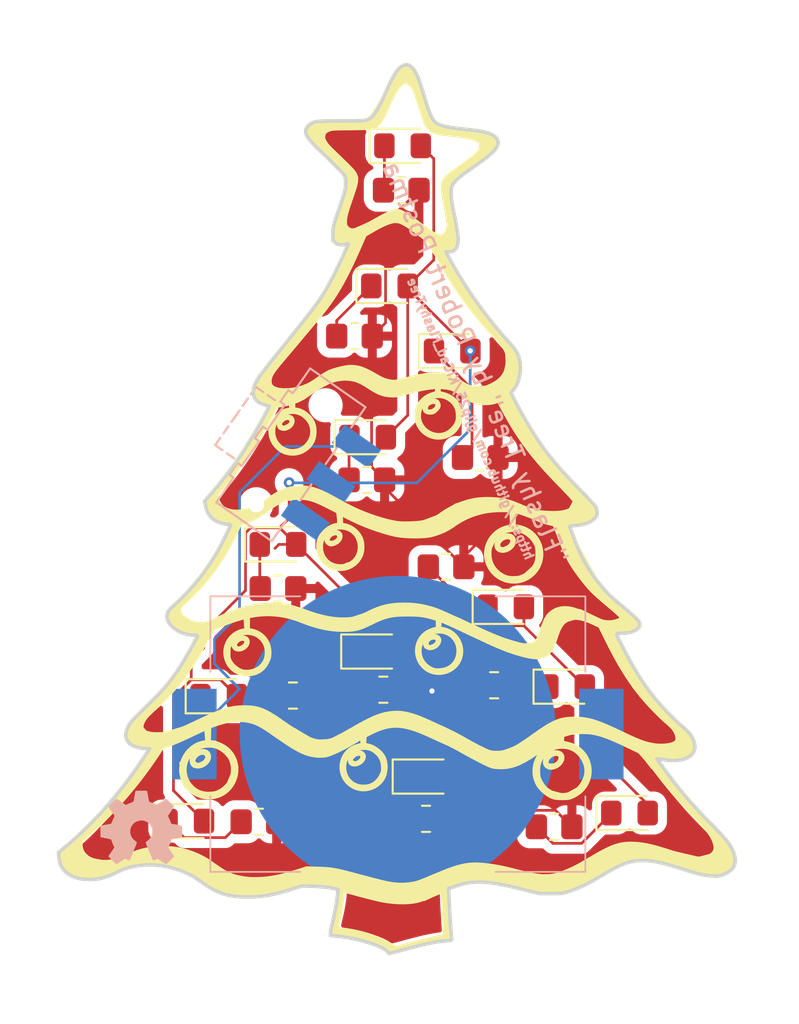
<source format=kicad_pcb>
(kicad_pcb (version 20211014) (generator pcbnew)
  (layers (0 "F.Cu" signal "Top") (31 "B.Cu" signal "Bottom") (34 "B.Paste" user) (35 "F.Paste" user) (36 "B.SilkS" user "B.Silkscreen") (37 "F.SilkS" user "F.Silkscreen") (38 "B.Mask" user) (39 "F.Mask" user) (44 "Edge.Cuts" user))
  (net 0 "")
  (net 1 "Net-(D1-Pad2)")
  (net 2 "Net-(D1-Pad1)")
  (net 3 "Net-(D2-Pad1)")
  (net 4 "Net-(D3-Pad1)")
  (net 5 "Net-(D4-Pad1)")
  (net 6 "Net-(D5-Pad1)")
  (net 7 "Net-(D6-Pad1)")
  (net 8 "Net-(D7-Pad1)")
  (net 9 "Net-(D8-Pad1)")
  (net 10 "Net-(D9-Pad1)")
  (net 11 "Net-(D10-Pad1)")
  (net 12 "Net-(D11-Pad1)")
  (net 13 "Net-(D12-Pad1)")
  (net 14 "GND")
  (net 15 "Net-(BT1-Pad1)")
  (net 16 "Net-(S1-Pad1)")
  (net 17 "Net-(U1-Pad3)")
  (footprint "LED_SMD:LED_0805_2012Metric_Pad1.15x1.40mm_HandSolder" (layer "F.Cu") (at 180.69306 81.25206)
    (fp_text reference "D1" hide)
    (fp_text value "LED")
  )
  (footprint "LED_SMD:LED_0805_2012Metric_Pad1.15x1.40mm_HandSolder" (layer "F.Cu") (at 179.95646 89.13622)
    (fp_text reference "D2" hide)
    (fp_text value "LED")
  )
  (footprint "LED_SMD:LED_0805_2012Metric_Pad1.15x1.40mm_HandSolder" (layer "F.Cu") (at 183.48452 92.79636)
    (fp_text reference "D3" hide)
    (fp_text value "LED")
  )
  (footprint "LED_SMD:LED_0805_2012Metric_Pad1.15x1.40mm_HandSolder" (layer "F.Cu") (at 178.7271 97.64268)
    (fp_text reference "D4" hide)
    (fp_text value "LED")
  )
  (footprint "LED_SMD:LED_0805_2012Metric_Pad1.15x1.40mm_HandSolder" (layer "F.Cu") (at 173.68266 103.67518)
    (fp_text reference "D5" hide)
    (fp_text value "LED")
  )
  (footprint "LED_SMD:LED_0805_2012Metric_Pad1.15x1.40mm_HandSolder" (layer "F.Cu") (at 186.49442 107.188)
    (fp_text reference "D6" hide)
    (fp_text value "LED")
  )
  (footprint "LED_SMD:LED_0805_2012Metric_Pad1.15x1.40mm_HandSolder" (layer "F.Cu") (at 179.09794 109.70006)
    (fp_text reference "D7" hide)
    (fp_text value "LED")
  )
  (footprint "LED_SMD:LED_0805_2012Metric_Pad1.15x1.40mm_HandSolder" (layer "F.Cu") (at 170.34764 112.2172)
    (fp_text reference "D8" hide)
    (fp_text value "LED")
  )
  (footprint "LED_SMD:LED_0805_2012Metric_Pad1.15x1.40mm_HandSolder" (layer "F.Cu") (at 181.99608 116.73332)
    (fp_text reference "D9" hide)
    (fp_text value "LED")
  )
  (footprint "LED_SMD:LED_0805_2012Metric_Pad1.15x1.40mm_HandSolder" (layer "F.Cu") (at 189.9195 111.67618)
    (fp_text reference "D10" hide)
    (fp_text value "LED")
  )
  (footprint "LED_SMD:LED_0805_2012Metric_Pad1.15x1.40mm_HandSolder" (layer "F.Cu") (at 168.49598 119.2403)
    (fp_text reference "D11" hide)
    (fp_text value "LED")
  )
  (footprint "LED_SMD:LED_0805_2012Metric_Pad1.15x1.40mm_HandSolder" (layer "F.Cu") (at 193.46026 118.78564)
    (fp_text reference "D12" hide)
    (fp_text value "LED")
  )
  (footprint "Resistor_SMD:R_0805_2012Metric_Pad1.20x1.40mm_HandSolder" (layer "F.Cu") (at 180.6194 83.74888)
    (fp_text reference "R1" hide)
    (fp_text value "1k")
  )
  (footprint "Resistor_SMD:R_0805_2012Metric_Pad1.20x1.40mm_HandSolder" (layer "F.Cu") (at 177.98542 91.95816)
    (fp_text reference "R2" hide)
    (fp_text value "1k")
  )
  (footprint "Resistor_SMD:R_0805_2012Metric_Pad1.20x1.40mm_HandSolder" (layer "F.Cu") (at 185.06186 98.78568)
    (fp_text reference "R3" hide)
    (fp_text value "1k")
  )
  (footprint "Resistor_SMD:R_0805_2012Metric_Pad1.20x1.40mm_HandSolder" (layer "F.Cu") (at 178.68138 100.04552)
    (fp_text reference "R4" hide)
    (fp_text value "1k")
  )
  (footprint "Resistor_SMD:R_0805_2012Metric_Pad1.20x1.40mm_HandSolder" (layer "F.Cu") (at 173.68266 106.15676)
    (fp_text reference "R5" hide)
    (fp_text value "1k")
  )
  (footprint "Resistor_SMD:R_0805_2012Metric_Pad1.20x1.40mm_HandSolder" (layer "F.Cu") (at 183.13908 104.93502)
    (fp_text reference "R6" hide)
    (fp_text value "1k")
  )
  (footprint "Resistor_SMD:R_0805_2012Metric_Pad1.20x1.40mm_HandSolder" (layer "F.Cu") (at 179.61102 111.84636)
    (fp_text reference "R7" hide)
    (fp_text value "1k")
  )
  (footprint "Resistor_SMD:R_0805_2012Metric_Pad1.20x1.40mm_HandSolder" (layer "F.Cu") (at 174.52416 112.17656)
    (fp_text reference "R8" hide)
    (fp_text value "1k")
  )
  (footprint "Resistor_SMD:R_0805_2012Metric_Pad1.20x1.40mm_HandSolder" (layer "F.Cu") (at 182.01132 119.11076)
    (fp_text reference "R9" hide)
    (fp_text value "1k")
  )
  (footprint "Resistor_SMD:R_0805_2012Metric_Pad1.20x1.40mm_HandSolder" (layer "F.Cu") (at 185.84418 111.59744)
    (fp_text reference "R10" hide)
    (fp_text value "1k")
  )
  (footprint "Resistor_SMD:R_0805_2012Metric_Pad1.20x1.40mm_HandSolder" (layer "F.Cu") (at 172.61002 119.2784)
    (fp_text reference "R11" hide)
    (fp_text value "1k")
  )
  (footprint "Resistor_SMD:R_0805_2012Metric_Pad1.20x1.40mm_HandSolder" (layer "F.Cu") (at 189.21984 119.56034)
    (fp_text reference "R12" hide)
    (fp_text value "1k")
  )
  (footprint "Button_Switch_SMD:SW_SPDT_CK-JS102011SAQN" (layer "B.Cu") (at 174.4091 98.63328 55)
    (fp_text reference "S1" hide)
    (fp_text value "SW_SPDT_CK-JS102011SAQN" hide)
  )
  (footprint "BAT-HLD-001-TR:BATHLD001TR" (layer "B.Cu") (at 180.42636 114.34572)
    (fp_text reference "U1" hide)
    (fp_text value "BAT-HLD-001-TR" hide)
  )
  (footprint "Symbol:OSHW-Logo2_7.3x6mm_SilkScreen" (layer "B.Cu") (at 165.99 120.29 180)
    (fp_text reference "REF**" hide)
    (fp_text value "OSHW-Logo2_7.3x6mm_SilkScreen" hide)
  )
  (gr_poly (pts (xy 186.54014 93.87332) (xy 187.23864 94.30004) (xy 186.98718 94.87916) (xy 186.7916 95.2881) (xy 187.60694 96.66224) (xy 188.69152 98.36912) (xy 190.22314 100.09378) (xy 191.46266 101.42982) (xy 191.63792 101.78034) (xy 191.42456 102.30358) (xy 190.70574 102.51694) (xy 190.16472 102.65156) (xy 190.29934 103.35006) (xy 189.15634 102.59314) (xy 189.19444 101.87686) (xy 189.62116 101.83876) (xy 190.0682 101.72192) (xy 190.35776 101.17836) (xy 189.83452 100.65512) (xy 189.11824 99.91852) (xy 187.60694 98.13544) (xy 186.61888 96.56572) (xy 186.11342 95.61576) (xy 185.43524 95.7707) (xy 185.26252 94.89948) (xy 186.055 94.5134) (xy 186.54014 93.853)) (layer "F.SilkS") (width 0.1) (fill solid))
  (gr_curve (pts (xy 175.644013 97.872143) (xy 175.359017 98.454582) (xy 174.664531 98.731566) (xy 174.060585 98.503666)) (layer "F.SilkS") (width 0.2))
  (gr_curve (pts (xy 186.162364 103.50935) (xy 186.059282 103.636133) (xy 186.069799 103.84735) (xy 186.18144 103.89222)) (layer "F.SilkS") (width 0.2))
  (gr_poly (pts (xy 189.65926 114.86642) (xy 190.1317 114.90452) (xy 190.57112 115.1255) (xy 190.98514 115.52682) (xy 191.17056 115.97894) (xy 191.24676 116.39296) (xy 191.13246 116.95938) (xy 190.87592 117.45214) (xy 190.4492 117.74424) (xy 189.82436 117.94744) (xy 189.75578 117.73662) (xy 189.76086 117.74424) (xy 189.95898 117.69852) (xy 190.68034 117.30482) (xy 190.98514 116.8019) (xy 191.01562 116.18214) (xy 190.79972 115.59794) (xy 190.44412 115.316) (xy 189.90818 115.0874) (xy 189.35446 115.1128) (xy 189.20206 114.8969) (xy 189.18936 114.66576) (xy 189.53226 114.57178)) (layer "F.SilkS") (width 0.1) (fill solid))
  (gr_poly (pts (xy 189.46114 114.99088) (xy 188.55182 115.70462) (xy 188.30798 115.55222) (xy 189.31636 114.73688) (xy 189.31636 114.7318)) (layer "F.SilkS") (width 0.1) (fill solid))
  (gr_curve (pts (xy 177.804944 84.21877) (xy 177.536533 84.987184) (xy 177.465281 85.257748) (xy 177.462946 85.51745)) (layer "F.SilkS") (width 0.2))
  (gr_curve (pts (xy 196.905661 114.387624) (xy 197.542116 115.379451) (xy 196.816716 116.015449) (xy 195.330363 115.768765)) (layer "F.SilkS") (width 0.2))
  (gr_curve (pts (xy 182.509886 95.175549) (xy 182.607935 95.15457) (xy 182.619635 95.134634) (xy 182.619635 94.988545)) (layer "F.SilkS") (width 0.2))
  (gr_line (start 183.158393 97.414269) (end 183.158393 97.414269) (layer "F.SilkS") (width 0.2))
  (gr_curve (pts (xy 197.19062 119.042336) (xy 196.161261 117.971077) (xy 195.665982 117.397347) (xy 194.960423 116.458846)) (layer "F.SilkS") (width 0.2))
  (gr_curve (pts (xy 178.808412 94.834322) (xy 178.27784 94.490823) (xy 178.028756 94.395224) (xy 177.591215 94.367163)) (layer "F.SilkS") (width 0.2))
  (gr_curve (pts (xy 186.63873 115.27189) (xy 187.013267 115.141517) (xy 187.317389 114.959645) (xy 188.106996 114.393831)) (layer "F.SilkS") (width 0.2))
  (gr_curve (pts (xy 186.150114 104.015122) (xy 185.921807 103.922579) (xy 185.893846 103.625978) (xy 186.092146 103.40013)) (layer "F.SilkS") (width 0.2))
  (gr_curve (pts (xy 180.065511 126.216628) (xy 180.186233 126.295302) (xy 180.293984 126.359966) (xy 180.304959 126.360323)) (layer "F.SilkS") (width 0.2))
  (gr_curve (pts (xy 173.580443 93.011926) (xy 176.094977 89.884035) (xy 176.078327 89.906852) (xy 176.730705 88.695161)) (layer "F.SilkS") (width 0.2))
  (gr_curve (pts (xy 194.960423 116.458846) (xy 194.801314 116.247211) (xy 194.525257 115.908946) (xy 194.34696 115.707151)) (layer "F.SilkS") (width 0.2))
  (gr_curve (pts (xy 172.718499 108.966744) (xy 172.305529 108.556905) (xy 171.600862 108.562638) (xy 171.196364 108.979127)) (layer "F.SilkS") (width 0.2))
  (gr_curve (pts (xy 182.701066 109.26915) (xy 182.553894 109.510519) (xy 182.184112 109.603797) (xy 182.021012 109.440698)) (layer "F.SilkS") (width 0.2))
  (gr_curve (pts (xy 191.407147 108.09618) (xy 190.899211 107.859243) (xy 190.477423 107.767848) (xy 190.213879 107.837619)) (layer "F.SilkS") (width 0.2))
  (gr_curve (pts (xy 169.663133 114.414738) (xy 169.649507 114.214136) (xy 169.632994 114.043628) (xy 169.626427 114.035831)) (layer "F.SilkS") (width 0.2))
  (gr_line (start 175.708955 122.902046) (end 175.043901 122.878869) (layer "F.SilkS") (width 0.2))
  (gr_curve (pts (xy 186.781431 101.778342) (xy 186.771535 101.767362) (xy 186.517988 101.758736) (xy 186.218009 101.75916)) (layer "F.SilkS") (width 0.2))
  (gr_curve (pts (xy 197.846204 121.256901) (xy 198.249755 121.078453) (xy 198.359986 120.868043) (xy 198.248691 120.488617)) (layer "F.SilkS") (width 0.2))
  (gr_line (start 169.817805 114.353596) (end 169.806534 114.776895) (layer "F.SilkS") (width 0.2))
  (gr_curve (pts (xy 172.995179 95.841849) (xy 172.216486 95.656876) (xy 172.069045 95.043824) (xy 172.613843 94.256303)) (layer "F.SilkS") (width 0.2))
  (gr_line (start 188.386354 123.306745) (end 187.308835 123.039921) (layer "F.SilkS") (width 0.2))
  (gr_curve (pts (xy 168.983651 116.144968) (xy 168.869009 116.09878) (xy 168.811433 115.984771) (xy 168.811433 115.803954)) (layer "F.SilkS") (width 0.2))
  (gr_curve (pts (xy 176.536442 103.511485) (xy 176.622824 103.597863) (xy 176.777986 103.589981) (xy 176.938006 103.491085)) (layer "F.SilkS") (width 0.2))
  (gr_curve (pts (xy 182.759311 125.7514) (xy 183.060018 125.700635) (xy 183.078094 125.691866) (xy 183.070289 125.600596)) (layer "F.SilkS") (width 0.2))
  (gr_curve (pts (xy 171.784586 112.825616) (xy 172.603919 112.823235) (xy 172.964048 112.972952) (xy 174.119209 113.796597)) (layer "F.SilkS") (width 0.2))
  (gr_line (start 182.223919 86.673118) (end 181.595583 86.198684) (layer "F.SilkS") (width 0.2))
  (gr_line (start 194.022782 115.340251) (end 193.399513 115.04115) (layer "F.SilkS") (width 0.2))
  (gr_curve (pts (xy 185.723399 103.646404) (xy 185.611501 103.873699) (xy 185.593957 103.950654) (xy 185.594724 104.2108)) (layer "F.SilkS") (width 0.2))
  (gr_curve (pts (xy 186.587499 93.33777) (xy 186.591971 92.799328) (xy 186.5379 92.692999) (xy 185.919363 92.024151)) (layer "F.SilkS") (width 0.2))
  (gr_line (start 177.088112 102.145642) (end 177.052436 101.842183) (layer "F.SilkS") (width 0.2))
  (gr_line (start 178.557224 114.693138) (end 178.545477 114.937182) (layer "F.SilkS") (width 0.2))
  (gr_curve (pts (xy 181.97802 95.623027) (xy 181.698268 95.868652) (xy 181.560174 96.332454) (xy 181.658298 96.696852)) (layer "F.SilkS") (width 0.2))
  (gr_curve (pts (xy 182.674115 108.884879) (xy 182.799142 108.983228) (xy 182.807008 109.095398) (xy 182.701066 109.26915)) (layer "F.SilkS") (width 0.2))
  (gr_poly (pts (xy 182.6895 95.13316) (xy 182.91048 95.31096) (xy 182.35422 95.377) (xy 182.5879 95.07728) (xy 182.55488 95.05442)) (layer "F.SilkS") (width 0.1) (fill solid))
  (gr_curve (pts (xy 171.647585 113.565603) (xy 171.225344 113.536501) (xy 170.736873 113.615673) (xy 170.208203 113.798897)) (layer "F.SilkS") (width 0.2))
  (gr_curve (pts (xy 176.938064 103.491085) (xy 177.08249 103.401823) (xy 177.148778 103.24216) (xy 177.084236 103.139007)) (layer "F.SilkS") (width 0.2))
  (gr_curve (pts (xy 178.268384 103.813644) (xy 178.267326 103.192654) (xy 177.811679 102.736906) (xy 177.192133 102.736906)) (layer "F.SilkS") (width 0.2))
  (gr_curve (pts (xy 185.250951 121.69167) (xy 185.858829 121.750534) (xy 186.317778 121.838564) (xy 187.130932 122.052263)) (layer "F.SilkS") (width 0.2))
  (gr_curve (pts (xy 182.440046 122.328062) (xy 183.872329 121.716099) (xy 184.360903 121.605479) (xy 185.250951 121.69167)) (layer "F.SilkS") (width 0.2))
  (gr_curve (pts (xy 173.42676 97.333401) (xy 173.424378 97.95473) (xy 173.981649 98.468312) (xy 174.591075 98.406354)) (layer "F.SilkS") (width 0.2))
  (gr_curve (pts (xy 173.121052 101.163987) (xy 173.798904 100.653368) (xy 174.321898 100.454068) (xy 174.973792 100.457955)) (layer "F.SilkS") (width 0.2))
  (gr_curve (pts (xy 179.807751 126.55593) (xy 179.54117 126.239117) (xy 178.016183 125.781425) (xy 176.942708 125.696049)) (layer "F.SilkS") (width 0.2))
  (gr_curve (pts (xy 181.595583 86.198684) (xy 180.882055 85.659923) (xy 180.578239 85.495908) (xy 180.293701 85.495861)) (layer "F.SilkS") (width 0.2))
  (gr_curve (pts (xy 190.105424 102.692306) (xy 190.120187 102.727381) (xy 190.220724 102.998521) (xy 190.328817 103.294839)) (layer "F.SilkS") (width 0.2))
  (gr_curve (pts (xy 190.684562 100.601044) (xy 191.13828 101.061982) (xy 191.538608 101.496587) (xy 191.574181 101.566831)) (layer "F.SilkS") (width 0.2))
  (gr_line (start 182.421398 96.130661) (end 182.421398 96.130661) (layer "F.SilkS") (width 0.2))
  (gr_line (start 177.052446 123.073462) (end 176.713229 122.999347) (layer "F.SilkS") (width 0.2))
  (gr_curve (pts (xy 185.919363 92.024151) (xy 184.468848 90.455643) (xy 183.487979 89.068989) (xy 182.487113 87.171969)) (layer "F.SilkS") (width 0.2))
  (gr_poly (pts (xy 175.84928 100.61194) (xy 177.24628 101.2952) (xy 178.71694 102.00894) (xy 179.99964 102.39502) (xy 181.483 102.5017) (xy 182.64886 102.0699) (xy 183.68264 101.41966) (xy 184.56148 101.16312) (xy 185.6613 101.11486) (xy 187.08624 101.38156) (xy 188.00318 101.8413) (xy 189.33414 101.8794) (xy 189.42812 102.60584) (xy 187.89904 101.98608) (xy 186.91606 101.7651) (xy 185.71972 101.7651) (xy 184.40654 102.11816) (xy 182.97652 102.98176) (xy 181.81828 103.23576) (xy 180.5051 103.21544) (xy 179.42814 102.89032) (xy 178.38928 102.49408) (xy 177.3301 101.98608) (xy 176.05502 101.29774) (xy 175.11522 101.00564) (xy 174.07636 101.1428) (xy 173.0375 101.80828) (xy 171.68368 102.45598) (xy 171.68368 101.80828) (xy 172.25264 101.6508) (xy 172.24248 101.6508) (xy 172.76572 101.3968) (xy 173.72584 100.78466) (xy 174.80026 100.44176)) (layer "F.SilkS") (width 0.1) (fill solid))
  (gr_curve (pts (xy 175.518484 97.71396) (xy 175.681103 97.283354) (xy 175.573288 96.843432) (xy 175.226879 96.524124)) (layer "F.SilkS") (width 0.2))
  (gr_curve (pts (xy 182.446388 123.387512) (xy 182.179503 123.502256) (xy 181.846967 123.635387) (xy 181.707418 123.68335)) (layer "F.SilkS") (width 0.2))
  (gr_curve (pts (xy 173.88864 97.04696) (xy 173.995577 97.121861) (xy 173.965629 97.121986) (xy 174.155938 97.045849)) (layer "F.SilkS") (width 0.2))
  (gr_curve (pts (xy 171.413299 109.100996) (xy 171.258999 109.23083) (xy 171.230614 109.345659) (xy 171.328606 109.443648)) (layer "F.SilkS") (width 0.2))
  (gr_curve (pts (xy 161.832435 120.575215) (xy 163.363838 119.28022) (xy 164.729195 117.728708) (xy 166.028061 115.807553)) (layer "F.SilkS") (width 0.2))
  (gr_line (start 179.029104 86.007363) (end 178.571356 86.274037) (layer "F.SilkS") (width 0.2))
  (gr_line (start 178.269651 115.869989) (end 178.269651 115.869989) (layer "F.SilkS") (width 0.2))
  (gr_curve (pts (xy 176.115879 103.813644) (xy 176.114821 104.432875) (xy 176.57146 104.889411) (xy 177.192133 104.889411)) (layer "F.SilkS") (width 0.2))
  (gr_curve (pts (xy 175.675626 95.019187) (xy 175.252808 95.35515) (xy 175.05078 95.485773) (xy 174.787671 95.5933)) (layer "F.SilkS") (width 0.2))
  (gr_curve (pts (xy 182.652557 109.055112) (xy 182.640915 108.953504) (xy 182.622678 108.940598) (xy 182.47545 108.929832)) (layer "F.SilkS") (width 0.2))
  (gr_curve (pts (xy 161.752756 122.108476) (xy 161.495583 121.877254) (xy 161.388346 121.651837) (xy 161.360527 121.283997)) (layer "F.SilkS") (width 0.2))
  (gr_curve (pts (xy 176.003283 90.856179) (xy 174.655821 92.46443) (xy 174.241626 92.956017) (xy 173.87548 93.381567)) (layer "F.SilkS") (width 0.2))
  (gr_curve (pts (xy 179.498546 116.629759) (xy 179.580905 116.449866) (xy 179.593629 116.372824) (xy 179.577678 116.150619)) (layer "F.SilkS") (width 0.2))
  (gr_curve (pts (xy 171.964164 123.500021) (xy 170.866852 123.499227) (xy 170.207854 123.285856) (xy 169.384793 122.665088)) (layer "F.SilkS") (width 0.2))
  (gr_curve (pts (xy 187.010536 105.556439) (xy 187.260565 105.546015) (xy 187.352965 105.521469) (xy 187.562306 105.409892)) (layer "F.SilkS") (width 0.2))
  (gr_line (start 182.955629 123.642896) (end 182.931632 123.178883) (layer "F.SilkS") (width 0.2))
  (gr_line (start 189.683365 114.431444) (end 189.683365 114.624643) (layer "F.SilkS") (width 0.2))
  (gr_line (start 170.385445 117.561415) (end 170.385445 117.561415) (layer "F.SilkS") (width 0.2))
  (gr_curve (pts (xy 173.917713 96.718101) (xy 173.777237 96.858577) (xy 173.768051 96.962495) (xy 173.88864 97.04696)) (layer "F.SilkS") (width 0.2))
  (gr_curve (pts (xy 178.92862 108.103771) (xy 178.278031 108.428497) (xy 178.002946 108.496987) (xy 177.351764 108.496392)) (layer "F.SilkS") (width 0.2))
  (gr_curve (pts (xy 188.106996 114.393831) (xy 189.179509 113.625295) (xy 189.572148 113.46328) (xy 190.361805 113.463418)) (layer "F.SilkS") (width 0.2))
  (gr_line (start 186.840549 102.641802) (end 186.819991 102.220051) (layer "F.SilkS") (width 0.2))
  (gr_line (start 182.021012 109.440698) (end 182.021012 109.440698) (layer "F.SilkS") (width 0.2))
  (gr_curve (pts (xy 181.663933 79.017637) (xy 181.554769 78.659377) (xy 181.430597 78.284938) (xy 181.387994 78.18555)) (layer "F.SilkS") (width 0.2))
  (gr_line (start 189.683365 114.624643) (end 189.683365 114.817842) (layer "F.SilkS") (width 0.2))
  (gr_curve (pts (xy 184.976282 94.854278) (xy 185.381441 94.854278) (xy 185.40864 94.848698) (xy 185.694626 94.706933)) (layer "F.SilkS") (width 0.2))
  (gr_curve (pts (xy 191.018175 116.284927) (xy 190.962444 115.838295) (xy 190.659858 115.403031) (xy 190.262033 115.197236)) (layer "F.SilkS") (width 0.2))
  (gr_curve (pts (xy 180.825051 95.178806) (xy 180.381402 95.307717) (xy 180.292746 95.321124) (xy 180.006935 95.302514)) (layer "F.SilkS") (width 0.2))
  (gr_curve (pts (xy 178.549009 117.288005) (xy 178.711524 117.279618) (xy 178.870039 117.243164) (xy 178.973409 117.190379)) (layer "F.SilkS") (width 0.2))
  (gr_poly (pts (xy 188.5569 115.62842) (xy 188.3537 116.03736) (xy 188.4045 116.85016) (xy 188.84392 117.50548) (xy 189.821325 117.76629) (xy 189.84468 117.96014) (xy 189.34176 117.98046) (xy 188.77534 117.66804) (xy 188.3156 117.3099) (xy 188.14288 116.8527) (xy 188.087 116.26088) (xy 188.36132 115.49634)) (layer "F.SilkS") (width 0.1) (fill solid))
  (gr_curve (pts (xy 172.613843 94.256303) (xy 172.728434 94.090661) (xy 173.163404 93.530692) (xy 173.580443 93.011926)) (layer "F.SilkS") (width 0.2))
  (gr_line (start 174.657969 94.934218) (end 174.657969 94.934218) (layer "F.SilkS") (width 0.2))
  (gr_curve (pts (xy 169.948801 121.6084) (xy 170.72472 122.169243) (xy 171.042022 122.320979) (xy 171.666759 122.429924)) (layer "F.SilkS") (width 0.2))
  (gr_curve (pts (xy 188.945064 116.236778) (xy 188.664436 116.167569) (xy 188.598806 115.847867) (xy 188.814741 115.601932)) (layer "F.SilkS") (width 0.2))
  (gr_poly (pts (xy 176.48682 81.23936) (xy 177.65268 82.36966) (xy 177.28184 82.7405) (xy 176.04232 81.51114) (xy 176.48682 81.22666)) (layer "F.SilkS") (width 0.1) (fill solid))
  (gr_curve (pts (xy 169.726614 101.033699) (xy 171.059739 99.513053) (xy 172.029659 98.112359) (xy 172.915402 96.428661)) (layer "F.SilkS") (width 0.2))
  (gr_curve (pts (xy 196.123603 114.726947) (xy 196.219522 114.476981) (xy 196.015452 114.053883) (xy 195.662394 113.770716)) (layer "F.SilkS") (width 0.2))
  (gr_curve (pts (xy 190.329835 117.830224) (xy 190.081979 117.952244) (xy 190.037365 117.960888) (xy 189.664252 117.959153)) (layer "F.SilkS") (width 0.2))
  (gr_curve (pts (xy 181.658298 96.696852) (xy 181.830475 97.336266) (xy 182.568843 97.689389) (xy 183.158393 97.414269)) (layer "F.SilkS") (width 0.2))
  (gr_curve (pts (xy 170.026085 108.433865) (xy 170.002723 108.449846) (xy 169.861657 108.694575) (xy 169.712577 108.977687)) (layer "F.SilkS") (width 0.2))
  (gr_line (start 182.474593 108.440173) (end 182.659542 108.393598) (layer "F.SilkS") (width 0.2))
  (gr_line (start 174.787671 95.5933) (end 174.558198 95.68708) (layer "F.SilkS") (width 0.2))
  (gr_curve (pts (xy 177.232154 79.847959) (xy 178.596441 79.84706) (xy 178.660856 79.839778) (xy 178.923022 79.657031)) (layer "F.SilkS") (width 0.2))
  (gr_line (start 176.63342 125.671443) (end 176.63342 125.530653) (layer "F.SilkS") (width 0.2))
  (gr_curve (pts (xy 185.594724 104.2108) (xy 185.596047 104.691632) (xy 185.821099 105.098247) (xy 186.231317 105.361439)) (layer "F.SilkS") (width 0.2))
  (gr_curve (pts (xy 188.307688 117.201119) (xy 187.770076 116.283755) (xy 188.333617 115.051469) (xy 189.371136 114.87564)) (layer "F.SilkS") (width 0.2))
  (gr_curve (pts (xy 175.044809 108.005685) (xy 174.110253 107.630117) (xy 173.194617 107.525508) (xy 172.262572 107.68782)) (layer "F.SilkS") (width 0.2))
  (gr_line (start 187.562306 105.409892) (end 187.562306 105.409892) (layer "F.SilkS") (width 0.2))
  (gr_curve (pts (xy 182.060919 109.24271) (xy 182.060919 109.42309) (xy 182.216537 109.486087) (xy 182.412191 109.38491)) (layer "F.SilkS") (width 0.2))
  (gr_line (start 172.915402 96.428661) (end 173.198678 95.890188) (layer "F.SilkS") (width 0.2))
  (gr_curve (pts (xy 191.082096 107.648452) (xy 191.718451 107.953924) (xy 191.99244 108.042711) (xy 192.300981 108.04343)) (layer "F.SilkS") (width 0.2))
  (gr_curve (pts (xy 183.752181 86.933235) (xy 183.675897 87.123889) (xy 183.532085 87.211866) (xy 183.296722 87.211866)) (layer "F.SilkS") (width 0.2))
  (gr_curve (pts (xy 171.245825 109.520504) (xy 171.121408 109.396084) (xy 171.143474 109.226438) (xy 171.3051 109.064809)) (layer "F.SilkS") (width 0.2))
  (gr_line (start 179.807749 126.55581) (end 179.807751 126.55593) (layer "F.SilkS") (width 0.2))
  (gr_curve (pts (xy 176.534326 103.293534) (xy 176.45984 103.437571) (xy 176.459811 103.434795) (xy 176.536442 103.511485)) (layer "F.SilkS") (width 0.2))
  (gr_line (start 178.369407 114.556272) (end 177.930417 114.817638) (layer "F.SilkS") (width 0.2))
  (gr_curve (pts (xy 171.196364 108.979127) (xy 170.96375 109.218643) (xy 170.906608 109.373242) (xy 170.906608 109.763071)) (layer "F.SilkS") (width 0.2))
  (gr_curve (pts (xy 170.022146 117.899537) (xy 169.1222 118.024552) (xy 168.300761 117.372428) (xy 168.225365 116.47311)) (layer "F.SilkS") (width 0.2))
  (gr_curve (pts (xy 185.450643 104.683973) (xy 185.169515 103.809665) (xy 185.717036 102.877464) (xy 186.623334 102.687366)) (layer "F.SilkS") (width 0.2))
  (gr_curve (pts (xy 168.962534 115.505856) (xy 169.245633 115.22276) (xy 169.674795 115.20825) (xy 169.788193 115.47794)) (layer "F.SilkS") (width 0.2))
  (gr_line (start 182.779266 108.387108) (end 183.008737 108.434561) (layer "F.SilkS") (width 0.2))
  (gr_curve (pts (xy 180.919687 77.69044) (xy 180.625396 77.635231) (xy 180.369438 77.951479) (xy 179.947965 78.891039)) (layer "F.SilkS") (width 0.2))
  (gr_curve (pts (xy 177.490718 83.37572) (xy 177.491512 83.039474) (xy 177.487913 83.026236) (xy 177.333637 82.802088)) (layer "F.SilkS") (width 0.2))
  (gr_curve (pts (xy 182.539818 94.100827) (xy 183.145608 94.09493) (xy 183.480444 94.193111) (xy 183.902359 94.50035)) (layer "F.SilkS") (width 0.2))
  (gr_line (start 183.021148 94.849052) (end 182.739359 94.822861) (layer "F.SilkS") (width 0.2))
  (gr_curve (pts (xy 186.819991 102.220051) (xy 186.808694 101.988085) (xy 186.791334 101.789317) (xy 186.781431 101.778342)) (layer "F.SilkS") (width 0.2))
  (gr_curve (pts (xy 189.344148 107.339707) (xy 189.584853 107.227296) (xy 189.959016 107.214578) (xy 190.284721 107.307743)) (layer "F.SilkS") (width 0.2))
  (gr_curve (pts (xy 182.062102 95.869724) (xy 181.925511 96.124948) (xy 182.13635 96.278067) (xy 182.421398 96.130661)) (layer "F.SilkS") (width 0.2))
  (gr_curve (pts (xy 190.089694 117.700742) (xy 190.633294 117.548196) (xy 191.089081 116.853176) (xy 191.018175 116.284927)) (layer "F.SilkS") (width 0.2))
  (gr_curve (pts (xy 169.019854 116.003305) (xy 169.130296 116.080661) (xy 169.202654 116.081317) (xy 169.381539 116.006559)) (layer "F.SilkS") (width 0.2))
  (gr_curve (pts (xy 174.737802 101.06979) (xy 174.401768 101.084395) (xy 174.235996 101.112253) (xy 174.03115 101.188567)) (layer "F.SilkS") (width 0.2))
  (gr_curve (pts (xy 185.193706 115.171526) (xy 185.614076 115.372358) (xy 185.647083 115.381351) (xy 185.971914 115.383587)) (layer "F.SilkS") (width 0.2))
  (gr_curve (pts (xy 168.811433 115.803954) (xy 168.811433 115.687053) (xy 168.842368 115.626025) (xy 168.962534 115.505856)) (layer "F.SilkS") (width 0.2))
  (gr_curve (pts (xy 171.002385 116.951241) (xy 171.175687 116.611537) (xy 171.175724 116.078113) (xy 171.002475 115.738504)) (layer "F.SilkS") (width 0.2))
  (gr_curve (pts (xy 180.64742 76.771958) (xy 180.847074 76.654954) (xy 180.954376 76.651611) (xy 181.125027 76.757078)) (layer "F.SilkS") (width 0.2))
  (gr_curve (pts (xy 183.070289 125.600596) (xy 183.058383 125.461483) (xy 182.983879 124.189295) (xy 182.955629 123.642896)) (layer "F.SilkS") (width 0.2))
  (gr_curve (pts (xy 186.969616 103.492993) (xy 186.969616 103.842836) (xy 186.485709 104.15115) (xy 186.150114 104.015122)) (layer "F.SilkS") (width 0.2))
  (gr_curve (pts (xy 169.381539 116.006572) (xy 169.68033 115.881731) (xy 169.790193 115.54488) (xy 169.566851 115.438401)) (layer "F.SilkS") (width 0.2))
  (gr_curve (pts (xy 186.218009 101.75916) (xy 185.207985 101.760483) (xy 184.334289 102.040616) (xy 183.523407 102.622789)) (layer "F.SilkS") (width 0.2))
  (gr_curve (pts (xy 163.048601 119.974619) (xy 162.617082 120.355863) (xy 162.585772 120.393396) (xy 162.585979 120.529146)) (layer "F.SilkS") (width 0.2))
  (gr_line (start 182.659542 108.393598) (end 182.659542 108.140482) (layer "F.SilkS") (width 0.2))
  (gr_line (start 174.937859 98.328631) (end 174.937859 98.328631) (layer "F.SilkS") (width 0.2))
  (gr_curve (pts (xy 167.364094 114.31158) (xy 167.829504 114.238049) (xy 168.17905 114.107655) (xy 169.127026 113.653934)) (layer "F.SilkS") (width 0.2))
  (gr_curve (pts (xy 182.421398 96.130661) (xy 182.577132 96.050129) (xy 182.676923 95.859254) (xy 182.619442 95.75185)) (layer "F.SilkS") (width 0.2))
  (gr_curve (pts (xy 183.017338 83.223766) (xy 183.116806 83.028796) (xy 183.272674 82.896471) (xy 184.047716 82.349034)) (layer "F.SilkS") (width 0.2))
  (gr_curve (pts (xy 181.593554 95.847056) (xy 181.767417 95.506604) (xy 182.099284 95.263403) (xy 182.509886 95.175549)) (layer "F.SilkS") (width 0.2))
  (gr_curve (pts (xy 175.704754 79.924413) (xy 175.911459 79.856593) (xy 176.068458 79.848734) (xy 177.232154 79.847959)) (layer "F.SilkS") (width 0.2))
  (gr_curve (pts (xy 176.453816 101.537608) (xy 175.661407 101.134433) (xy 175.329934 101.04407) (xy 174.737802 101.06979)) (layer "F.SilkS") (width 0.2))
  (gr_line (start 181.976946 96.187042) (end 181.976946 96.187042) (layer "F.SilkS") (width 0.2))
  (gr_curve (pts (xy 162.585979 120.529146) (xy 162.586773 121.041821) (xy 162.93565 121.38646) (xy 163.564771 121.496016)) (layer "F.SilkS") (width 0.2))
  (gr_curve (pts (xy 180.006935 95.302514) (xy 179.591523 95.275465) (xy 179.335044 95.175273) (xy 178.808412 94.834322)) (layer "F.SilkS") (width 0.2))
  (gr_curve (pts (xy 176.547095 93.970864) (xy 176.865605 93.826708) (xy 177.487754 93.676911) (xy 177.765191 93.677579)) (layer "F.SilkS") (width 0.2))
  (gr_curve (pts (xy 184.689841 108.301113) (xy 186.066611 108.941051) (xy 186.754144 109.195119) (xy 187.488403 109.33528)) (layer "F.SilkS") (width 0.2))
  (gr_line (start 169.829077 113.930294) (end 169.817805 114.353596) (layer "F.SilkS") (width 0.2))
  (gr_curve (pts (xy 188.853277 116.057449) (xy 188.911348 116.11552) (xy 189.121287 116.119814) (xy 189.263263 116.065836)) (layer "F.SilkS") (width 0.2))
  (gr_curve (pts (xy 189.503576 103.254932) (xy 189.377089 102.914714) (xy 189.257407 102.615788) (xy 189.237614 102.590647)) (layer "F.SilkS") (width 0.2))
  (gr_curve (pts (xy 184.315842 80.329551) (xy 185.340888 80.432567) (xy 185.723788 80.536969) (xy 185.936682 80.771498)) (layer "F.SilkS") (width 0.2))
  (gr_curve (pts (xy 189.682307 115.789767) (xy 189.599998 116.076753) (xy 189.223017 116.305329) (xy 188.945064 116.236778)) (layer "F.SilkS") (width 0.2))
  (gr_poly (pts (xy 183.31434 123.05284) (xy 183.41594 125.87732) (xy 182.45328 126.06274) (xy 182.26532 125.8443) (xy 182.72252 125.80874) (xy 183.11114 125.55728) (xy 182.92572 123.17222) (xy 183.31434 123.00204)) (layer "F.SilkS") (width 0.1) (fill solid))
  (gr_curve (pts (xy 188.526832 108.460549) (xy 188.767716 107.743538) (xy 188.916584 107.539386) (xy 189.344148 107.339707)) (layer "F.SilkS") (width 0.2))
  (gr_curve (pts (xy 179.630041 78.486008) (xy 180.157284 77.292563) (xy 180.369681 76.934724) (xy 180.64742 76.771958)) (layer "F.SilkS") (width 0.2))
  (gr_curve (pts (xy 174.272291 96.087846) (xy 174.430081 96.062616) (xy 174.431705 96.060597) (xy 174.409618 95.917237)) (layer "F.SilkS") (width 0.2))
  (gr_curve (pts (xy 175.209708 107.428869) (xy 176.050903 107.743049) (xy 176.715679 107.882627) (xy 177.3717 107.882802)) (layer "F.SilkS") (width 0.2))
  (gr_curve (pts (xy 177.091586 124.82466) (xy 177.037664 125.063301) (xy 177.000879 125.265884) (xy 177.00984 125.274846)) (layer "F.SilkS") (width 0.2))
  (gr_curve (pts (xy 176.997209 101.16684) (xy 177.334886 101.355662) (xy 177.772795 101.586199) (xy 177.970341 101.679139)) (layer "F.SilkS") (width 0.2))
  (gr_curve (pts (xy 192.300981 108.04343) (xy 192.524224 108.043959) (xy 192.820726 107.967431) (xy 192.952142 107.875383)) (layer "F.SilkS") (width 0.2))
  (gr_curve (pts (xy 170.335788 115.115553) (xy 170.011978 114.965371) (xy 169.566393 114.965371) (xy 169.242585 115.115553)) (layer "F.SilkS") (width 0.2))
  (gr_curve (pts (xy 186.137218 116.218636) (xy 185.757456 116.205221) (xy 185.74568 116.201782) (xy 185.235573 115.954015)) (layer "F.SilkS") (width 0.2))
  (gr_curve (pts (xy 182.759311 108.587427) (xy 182.442475 108.58531) (xy 182.245387 108.658044) (xy 182.028299 108.85732)) (layer "F.SilkS") (width 0.2))
  (gr_curve (pts (xy 171.666759 122.429924) (xy 172.53763 122.581789) (xy 173.60557 122.447783) (xy 174.857497 122.029572)) (layer "F.SilkS") (width 0.2))
  (gr_curve (pts (xy 195.662394 113.770716) (xy 195.273748 113.459005) (xy 194.482015 112.649276) (xy 194.097778 112.170529)) (layer "F.SilkS") (width 0.2))
  (gr_curve (pts (xy 196.387927 121.913182) (xy 195.224099 121.539749) (xy 194.762842 121.446147) (xy 194.10711 121.450346)) (layer "F.SilkS") (width 0.2))
  (gr_curve (pts (xy 186.530336 103.868969) (xy 186.712171 103.796211) (xy 186.849892 103.629926) (xy 186.849892 103.483129)) (layer "F.SilkS") (width 0.2))
  (gr_curve (pts (xy 183.492903 83.480459) (xy 183.383492 83.718922) (xy 183.398391 84.135424) (xy 183.540724 84.817381)) (layer "F.SilkS") (width 0.2))
  (gr_curve (pts (xy 185.806013 81.564256) (xy 185.609459 81.779315) (xy 185.228247 82.071067) (xy 184.395656 82.643637)) (layer "F.SilkS") (width 0.2))
  (gr_curve (pts (xy 182.350255 94.852473) (xy 181.960608 94.892176) (xy 181.395019 95.013189) (xy 180.825051 95.178806)) (layer "F.SilkS") (width 0.2))
  (gr_curve (pts (xy 173.399648 114.313731) (xy 172.619841 113.761048) (xy 172.261175 113.607899) (xy 171.647585 113.565603)) (layer "F.SilkS") (width 0.2))
  (gr_poly (pts (xy 182.8546 108.39196) (xy 182.8546 108.63072) (xy 182.54726 108.63072) (xy 182.50154 108.4834) (xy 182.7403 108.36148)) (layer "F.SilkS") (width 0.1) (fill solid))
  (gr_poly (pts (xy 186.69508 102.72522) (xy 186.7154 102.89032) (xy 186.04738 103.2129) (xy 185.58002 103.8479) (xy 185.6359 104.62768) (xy 185.98134 105.17378) (xy 186.4487 105.46334) (xy 187.05068 105.56494) (xy 187.79744 105.28554) (xy 187.84062 105.49636) (xy 187.452 105.68686) (xy 186.67222 105.73004) (xy 186.10326 105.49636) (xy 185.58002 105.01884) (xy 185.3692 104.42702) (xy 185.3692 103.88092) (xy 185.547 103.41356) (xy 185.89244 103.06812) (xy 186.68238 102.71252)) (layer "F.SilkS") (width 0.1) (fill solid))
  (gr_curve (pts (xy 173.086574 110.294654) (xy 172.848629 110.777987) (xy 172.43031 111.019125) (xy 171.884355 110.987666)) (layer "F.SilkS") (width 0.2))
  (gr_curve (pts (xy 166.616487 113.029467) (xy 166.143187 113.437952) (xy 165.93827 113.816161) (xy 166.042743 114.088417)) (layer "F.SilkS") (width 0.2))
  (gr_curve (pts (xy 189.531336 114.548869) (xy 189.489905 114.548869) (xy 188.9806 114.88811) (xy 188.286593 115.377983)) (layer "F.SilkS") (width 0.2))
  (gr_curve (pts (xy 169.712577 108.977687) (xy 168.79499 110.720236) (xy 167.832139 111.980299) (xy 166.616487 113.029467)) (layer "F.SilkS") (width 0.2))
  (gr_line (start 186.63873 115.27189) (end 186.63873 115.27189) (layer "F.SilkS") (width 0.2))
  (gr_poly (pts (xy 181.98084 109.01426) (xy 181.59476 109.46384) (xy 181.53126 109.30382) (xy 181.98084 108.7247) (xy 181.91734 108.82122) (xy 182.23738 108.69168)) (layer "F.SilkS") (width 0.1) (fill solid))
  (gr_curve (pts (xy 176.63342 125.530653) (xy 176.63342 125.453223) (xy 176.703524 125.1012) (xy 176.78921 124.748383)) (layer "F.SilkS") (width 0.2))
  (gr_curve (pts (xy 188.067089 102.174579) (xy 187.667714 101.999465) (xy 187.023448 101.791013) (xy 186.988774 101.825689)) (layer "F.SilkS") (width 0.2))
  (gr_curve (pts (xy 177.351764 108.496392) (xy 176.626184 108.495863) (xy 175.85723 108.332165) (xy 175.044809 108.005685)) (layer "F.SilkS") (width 0.2))
  (gr_curve (pts (xy 187.296686 93.425051) (xy 187.377299 93.978143) (xy 187.223764 94.645394) (xy 186.94484 94.954128)) (layer "F.SilkS") (width 0.2))
  (gr_curve (pts (xy 169.152831 108.830791) (xy 169.168864 108.789024) (xy 169.114744 108.774987) (xy 168.916595 108.769529)) (layer "F.SilkS") (width 0.2))
  (gr_curve (pts (xy 170.343813 107.820992) (xy 171.360993 107.32833) (xy 172.178844 107.100923) (xy 173.085434 107.058672)) (layer "F.SilkS") (width 0.2))
  (gr_poly (pts (xy 172.17898 108.61294) (xy 172.14342 108.58754) (xy 172.19676 108.60278) (xy 172.1231 108.66882) (xy 171.78782 108.6104) (xy 171.79036 108.52912) (xy 171.95292 108.46054)) (layer "F.SilkS") (width 0.1) (fill solid))
  (gr_poly (pts (xy 181.88686 107.12958) (xy 183.85028 107.84586) (xy 185.89752 108.83392) (xy 187.47232 109.30636) (xy 187.91936 109.2581) (xy 188.2267 109.16412) (xy 188.81344 107.9881) (xy 189.30874 107.33024) (xy 190.1317 107.25912) (xy 190.72098 107.37596) (xy 191.4017 107.70616) (xy 192.2018 108.08208) (xy 192.6717 107.96524) (xy 193.28384 108.6231) (xy 192.10782 108.83392) (xy 191.84874 108.2929) (xy 191.37884 108.08208) (xy 190.55588 107.80014) (xy 189.6618 108.08208) (xy 189.28588 109.16412) (xy 188.83884 109.84738) (xy 188.0616 109.98708) (xy 186.55538 109.63402) (xy 184.2262 108.55198) (xy 183.00446 108.03636) (xy 181.92242 107.70616) (xy 181.0512 107.61218) (xy 179.82946 107.6833) (xy 178.44008 108.3183) (xy 177.2412 108.50626) (xy 176.08804 108.34116) (xy 175.14824 108.03636) (xy 173.97222 107.63504) (xy 172.74794 107.54106) (xy 170.79468 108.13034) (xy 170.8658 107.56392) (xy 170.86834 107.57916) (xy 172.67174 107.05084) (xy 174.20082 107.05084) (xy 175.2219 107.46232) (xy 176.51476 107.81538) (xy 177.7111 107.85348) (xy 179.47386 107.26674) (xy 180.6702 107.03052)) (layer "F.SilkS") (width 0.1) (fill solid))
  (gr_line (start 178.571356 86.274037) (end 178.229681 87.052245) (layer "F.SilkS") (width 0.2))
  (gr_line (start 177.240266 102.266242) (end 177.251987 102.554593) (layer "F.SilkS") (width 0.2))
  (gr_line (start 178.89887 114.284889) (end 178.568972 114.449097) (layer "F.SilkS") (width 0.2))
  (gr_line (start 192.179617 109.058438) (end 191.794008 108.276642) (layer "F.SilkS") (width 0.2))
  (gr_curve (pts (xy 187.069763 109.794922) (xy 186.474546 109.611187) (xy 185.982378 109.405971) (xy 184.834534 108.862908)) (layer "F.SilkS") (width 0.2))
  (gr_curve (pts (xy 195.330363 115.768765) (xy 195.154764 115.739624) (xy 195.008759 115.718129) (xy 195.005905 115.720994)) (layer "F.SilkS") (width 0.2))
  (gr_curve (pts (xy 190.382464 101.309122) (xy 190.360794 101.193581) (xy 190.204325 101.012902) (xy 189.530764 100.325597)) (layer "F.SilkS") (width 0.2))
  (gr_line (start 182.739359 95.142118) (end 182.999518 95.206319) (layer "F.SilkS") (width 0.2))
  (gr_curve (pts (xy 183.237622 110.633951) (xy 183.605872 110.450038) (xy 183.821865 110.090036) (xy 183.821865 109.66018)) (layer "F.SilkS") (width 0.2))
  (gr_curve (pts (xy 168.916595 108.769529) (xy 168.048539 108.745611) (xy 167.289309 108.11074) (xy 167.454147 107.546619)) (layer "F.SilkS") (width 0.2))
  (gr_curve (pts (xy 188.166858 103.637662) (xy 188.027793 103.364551) (xy 187.76644 103.108982) (xy 187.497216 102.982834)) (layer "F.SilkS") (width 0.2))
  (gr_line (start 186.958453 102.636357) (end 187.161849 102.66173) (layer "F.SilkS") (width 0.2))
  (gr_curve (pts (xy 185.971914 115.383587) (xy 186.246094 115.385439) (xy 186.373941 115.364061) (xy 186.63873 115.27189)) (layer "F.SilkS") (width 0.2))
  (gr_line (start 176.942708 125.696049) (end 176.63342 125.671443) (layer "F.SilkS") (width 0.2))
  (gr_line (start 172.004082 108.101512) (end 172.004082 108.47019) (layer "F.SilkS") (width 0.2))
  (gr_curve (pts (xy 172.233552 108.521289) (xy 172.823062 108.652559) (xy 173.211831 109.138948) (xy 173.21373 109.747591)) (layer "F.SilkS") (width 0.2))
  (gr_curve (pts (xy 194.857634 112.280635) (xy 195.273636 112.800245) (xy 196.016708 113.563317) (xy 196.479375 113.946023)) (layer "F.SilkS") (width 0.2))
  (gr_curve (pts (xy 177.696298 85.959565) (xy 177.949379 86.065308) (xy 178.280333 85.944854) (xy 179.207491 85.409556)) (layer "F.SilkS") (width 0.2))
  (gr_curve (pts (xy 191.871364 106.002588) (xy 192.218005 106.422066) (xy 192.53109 106.718286) (xy 193.235188 107.292945)) (layer "F.SilkS") (width 0.2))
  (gr_curve (pts (xy 166.042743 114.088417) (xy 166.122107 114.295244) (xy 166.772377 114.405068) (xy 167.364094 114.31158)) (layer "F.SilkS") (width 0.2))
  (gr_curve (pts (xy 189.530764 100.325597) (xy 187.98946 98.752847) (xy 187.227947 97.733676) (xy 186.310697 96.01601)) (layer "F.SilkS") (width 0.2))
  (gr_line (start 192.952142 107.875383) (end 193.036497 107.816299) (layer "F.SilkS") (width 0.2))
  (gr_line (start 186.623334 102.687366) (end 186.840549 102.641802) (layer "F.SilkS") (width 0.2))
  (gr_curve (pts (xy 176.252063 114.740647) (xy 176.672782 114.723184) (xy 176.810863 114.665447) (xy 177.810708 114.088787)) (layer "F.SilkS") (width 0.2))
  (gr_line (start 171.563582 102.502792) (end 171.312569 103.028525) (layer "F.SilkS") (width 0.2))
  (gr_curve (pts (xy 168.800466 117.267362) (xy 169.06973 117.565405) (xy 169.420973 117.705467) (xy 169.854916 117.687833)) (layer "F.SilkS") (width 0.2))
  (gr_line (start 177.052436 101.842183) (end 176.453816 101.537608) (layer "F.SilkS") (width 0.2))
  (gr_curve (pts (xy 169.854916 117.687833) (xy 170.095136 117.67807) (xy 170.208058 117.651164) (xy 170.385445 117.561415)) (layer "F.SilkS") (width 0.2))
  (gr_curve (pts (xy 169.626427 114.035831) (xy 169.619865 114.028026) (xy 169.232396 114.205077) (xy 168.765399 114.429253)) (layer "F.SilkS") (width 0.2))
  (gr_line (start 169.381539 116.006559) (end 169.381539 116.006559) (layer "F.SilkS") (width 0.2))
  (gr_curve (pts (xy 179.939913 126.680868) (xy 179.925097 126.680868) (xy 179.865624 126.624592) (xy 179.807749 126.55581)) (layer "F.SilkS") (width 0.2))
  (gr_curve (pts (xy 180.304959 126.360323) (xy 180.315939 126.360588) (xy 180.567354 126.297101) (xy 180.863672 126.219038)) (layer "F.SilkS") (width 0.2))
  (gr_curve (pts (xy 188.936597 115.652636) (xy 188.799668 115.797821) (xy 188.764502 115.968676) (xy 188.853277 116.057449)) (layer "F.SilkS") (width 0.2))
  (gr_curve (pts (xy 176.234338 80.756283) (xy 176.234338 80.952063) (xy 176.419632 81.216279) (xy 176.822052 81.59433)) (layer "F.SilkS") (width 0.2))
  (gr_poly (pts (xy 170.7134 115.10518) (xy 171.01312 115.3414) (xy 171.26204 115.77066) (xy 171.40428 116.18976) (xy 171.33824 116.47678) (xy 171.297363 116.5197) (xy 171.33824 116.53012) (xy 171.28744 116.53012) (xy 171.297363 116.5197) (xy 171.07916 116.46408) (xy 171.10456 115.91544) (xy 170.7642 115.3922) (xy 170.2816 115.02644) (xy 169.74566 115.00104) (xy 169.26306 115.09248) (xy 168.9354 115.3541) (xy 168.70172 115.53698) (xy 168.49344 115.90274) (xy 168.4147 116.12372) (xy 168.23182 116.06022) (xy 168.4655 115.52428) (xy 168.84396 115.06708) (xy 169.47134 114.81816) (xy 170.13682 114.75212)) (layer "F.SilkS") (width 0.1) (fill solid))
  (gr_line (start 174.857497 122.029572) (end 175.296486 121.882929) (layer "F.SilkS") (width 0.2))
  (gr_line (start 186.087291 95.597652) (end 185.919855 95.658157) (layer "F.SilkS") (width 0.2))
  (gr_line (start 176.938006 103.491085) (end 176.938006 103.491085) (layer "F.SilkS") (width 0.2))
  (gr_curve (pts (xy 177.765191 93.677579) (xy 178.252451 93.678743) (xy 178.505596 93.771325) (xy 179.319862 94.246097)) (layer "F.SilkS") (width 0.2))
  (gr_curve (pts (xy 181.976946 96.187042) (xy 181.861569 96.071664) (xy 181.901328 95.888939) (xy 182.077549 95.724691)) (layer "F.SilkS") (width 0.2))
  (gr_curve (pts (xy 176.78921 124.748383) (xy 176.943512 124.113015) (xy 177.03242 123.593807) (xy 177.04562 123.25096)) (layer "F.SilkS") (width 0.2))
  (gr_curve (pts (xy 176.59351 103.66561) (xy 176.473024 103.621308) (xy 176.39397 103.519166) (xy 176.39397 103.407792)) (layer "F.SilkS") (width 0.2))
  (gr_curve (pts (xy 195.005905 115.720994) (xy 194.993575 115.733377) (xy 195.616809 116.588386) (xy 195.969753 117.043276)) (layer "F.SilkS") (width 0.2))
  (gr_curve (pts (xy 180.254357 94.51506) (xy 180.321699 94.51506) (xy 180.605925 94.452262) (xy 180.885971 94.37551)) (layer "F.SilkS") (width 0.2))
  (gr_curve (pts (xy 169.242585 115.115553) (xy 168.394992 115.508661) (xy 168.175724 116.575847) (xy 168.800466 117.267362)) (layer "F.SilkS") (width 0.2))
  (gr_curve (pts (xy 186.18144 103.89222) (xy 186.309816 103.943822) (xy 186.349956 103.941147) (xy 186.530344 103.868963)) (layer "F.SilkS") (width 0.2))
  (gr_line (start 174.558198 95.68708) (end 174.558198 95.874022) (layer "F.SilkS") (width 0.2))
  (gr_curve (pts (xy 186.406114 102.980982) (xy 186.091048 103.128667) (xy 185.874256 103.339966) (xy 185.723399 103.646404)) (layer "F.SilkS") (width 0.2))
  (gr_curve (pts (xy 177.230064 86.812787) (xy 177.069493 86.812787) (xy 177.010023 86.79157) (xy 176.903422 86.696253)) (layer "F.SilkS") (width 0.2))
  (gr_curve (pts (xy 182.312837 107.264666) (xy 182.679346 107.370878) (xy 182.827513 107.435484) (xy 184.689841 108.301113)) (layer "F.SilkS") (width 0.2))
  (gr_curve (pts (xy 187.497216 102.982834) (xy 187.173263 102.831045) (xy 186.72762 102.830296) (xy 186.406114 102.980982)) (layer "F.SilkS") (width 0.2))
  (gr_curve (pts (xy 182.851616 101.984762) (xy 183.121399 101.772886) (xy 183.636873 101.499074) (xy 184.03151 101.358025)) (layer "F.SilkS") (width 0.2))
  (gr_curve (pts (xy 184.395656 82.643637) (xy 183.898141 82.985777) (xy 183.587939 83.273323) (xy 183.492903 83.480459)) (layer "F.SilkS") (width 0.2))
  (gr_curve (pts (xy 177.926442 115.602498) (xy 177.767782 115.761155) (xy 177.756923 115.837435) (xy 177.880546 115.924874)) (layer "F.SilkS") (width 0.2))
  (gr_line (start 172.481377 110.694802) (end 172.481377 110.694802) (layer "F.SilkS") (width 0.2))
  (gr_curve (pts (xy 177.192133 102.736906) (xy 176.572587 102.736906) (xy 176.117046 103.192654) (xy 176.115879 103.813644)) (layer "F.SilkS") (width 0.2))
  (gr_curve (pts (xy 183.709568 95.988091) (xy 183.406284 95.311277) (xy 182.540887 95.128824) (xy 181.97802 95.623027)) (layer "F.SilkS") (width 0.2))
  (gr_poly (pts (xy 178.50358 86.17712) (xy 178.15306 87.15248) (xy 177.43424 88.80348) (xy 176.55032 90.17762) (xy 175.71212 91.17584) (xy 175.06188 91.96832) (xy 174.2694 92.96654) (xy 173.47946 93.94444) (xy 173.10862 94.26956) (xy 172.82922 93.99016) (xy 173.27118 93.36278) (xy 173.96714 92.47886) (xy 174.5488 91.73464) (xy 174.78248 91.5035) (xy 175.6664 90.36304) (xy 176.6189 88.92032) (xy 177.08372 88.01354) (xy 177.52568 86.78164) (xy 178.52644 86.16188)) (layer "F.SilkS") (width 0.1) (fill solid))
  (gr_line (start 194.34696 115.707151) (end 194.022782 115.340251) (layer "F.SilkS") (width 0.2))
  (gr_curve (pts (xy 190.262033 115.197236) (xy 189.975717 115.049119) (xy 189.512082 115.026754) (xy 189.196424 115.145822)) (layer "F.SilkS") (width 0.2))
  (gr_line (start 167.189627 115.072085) (end 166.868534 115.558746) (layer "F.SilkS") (width 0.2))
  (gr_line (start 183.296722 87.211866) (end 183.131665 87.211866) (layer "F.SilkS") (width 0.2))
  (gr_curve (pts (xy 166.261471 112.793445) (xy 167.193895 111.891721) (xy 167.56728 111.457421) (xy 168.106663 110.647209)) (layer "F.SilkS") (width 0.2))
  (gr_curve (pts (xy 180.042447 113.152527) (xy 180.633011 113.07914) (xy 181.215266 113.208886) (xy 182.092873 113.609434)) (layer "F.SilkS") (width 0.2))
  (gr_curve (pts (xy 186.988774 101.825689) (xy 186.981022 101.833441) (xy 186.971021 102.019023) (xy 186.966549 102.238077)) (layer "F.SilkS") (width 0.2))
  (gr_curve (pts (xy 178.324637 122.346995) (xy 179.956614 122.799594) (xy 180.42045 122.867338) (xy 181.186561 122.765)) (layer "F.SilkS") (width 0.2))
  (gr_line (start 181.186561 122.765) (end 181.186561 122.765) (layer "F.SilkS") (width 0.2))
  (gr_curve (pts (xy 171.659462 110.796389) (xy 171.881553 110.864995) (xy 172.253041 110.81909) (xy 172.481377 110.694802)) (layer "F.SilkS") (width 0.2))
  (gr_curve (pts (xy 178.478238 115.77789) (xy 178.346526 116.031692) (xy 177.928304 116.159652) (xy 177.776987 115.992449)) (layer "F.SilkS") (width 0.2))
  (gr_curve (pts (xy 177.338603 125.329403) (xy 178.384922 125.45752) (xy 179.414935 125.792644) (xy 180.065511 126.216628)) (layer "F.SilkS") (width 0.2))
  (gr_curve (pts (xy 180.783024 107.046218) (xy 181.339292 107.046218) (xy 181.772457 107.10807) (xy 182.312837 107.264666)) (layer "F.SilkS") (width 0.2))
  (gr_curve (pts (xy 180.885971 94.37551) (xy 181.593872 94.181496) (xy 182.050916 94.105588) (xy 182.539818 94.100827)) (layer "F.SilkS") (width 0.2))
  (gr_curve (pts (xy 176.730705 88.695161) (xy 177.011153 88.17427) (xy 177.631114 86.850177) (xy 177.631114 86.772094)) (layer "F.SilkS") (width 0.2))
  (gr_curve (pts (xy 176.822052 81.59433) (xy 177.014621 81.775238) (xy 177.362115 82.111999) (xy 177.594257 82.342689)) (layer "F.SilkS") (width 0.2))
  (gr_line (start 169.806534 114.776895) (end 170.01275 114.801316) (layer "F.SilkS") (width 0.2))
  (gr_curve (pts (xy 180.265047 103.141743) (xy 179.436483 102.957765) (xy 178.397704 102.575892) (xy 177.63535 102.175019)) (layer "F.SilkS") (width 0.2))
  (gr_curve (pts (xy 191.698723 114.342618) (xy 191.23716 114.210154) (xy 190.39079 114.209141) (xy 189.972701 114.340501)) (layer "F.SilkS") (width 0.2))
  (gr_curve (pts (xy 167.454147 107.546619) (xy 167.489236 107.42653) (xy 167.574189 107.3198) (xy 167.787189 107.128186)) (layer "F.SilkS") (width 0.2))
  (gr_curve (pts (xy 182.732059 95.828011) (xy 182.742378 95.932278) (xy 182.715734 95.984778) (xy 182.587099 96.113399)) (layer "F.SilkS") (width 0.2))
  (gr_curve (pts (xy 170.016695 102.234881) (xy 169.791146 102.041819) (xy 169.664468 101.812957) (xy 169.605853 101.492642)) (layer "F.SilkS") (width 0.2))
  (gr_curve (pts (xy 180.293701 85.495861) (xy 180.040415 85.495831) (xy 179.604557 85.672114) (xy 179.029104 86.007363)) (layer "F.SilkS") (width 0.2))
  (gr_line (start 189.263263 116.065836) (end 189.263263 116.065836) (layer "F.SilkS") (width 0.2))
  (gr_curve (pts (xy 183.340429 87.60098) (xy 184.206656 89.214601) (xy 185.423256 90.920862) (xy 186.705271 92.320113)) (layer "F.SilkS") (width 0.2))
  (gr_line (start 169.518763 114.804843) (end 169.687897 114.779469) (layer "F.SilkS") (width 0.2))
  (gr_curve (pts (xy 190.481529 123.030869) (xy 189.76092 123.30815) (xy 189.757406 123.308827) (xy 189.044838 123.307803)) (layer "F.SilkS") (width 0.2))
  (gr_curve (pts (xy 189.263263 116.065836) (xy 189.540398 115.960471) (xy 189.672343 115.594441) (xy 189.466926 115.500845)) (layer "F.SilkS") (width 0.2))
  (gr_curve (pts (xy 171.827896 107.776079) (xy 171.786761 107.726176) (xy 170.229119 108.294824) (xy 170.026085 108.433865)) (layer "F.SilkS") (width 0.2))
  (gr_line (start 173.808834 97.126777) (end 173.808834 97.126777) (layer "F.SilkS") (width 0.2))
  (gr_curve (pts (xy 187.798336 96.98936) (xy 188.578862 98.291295) (xy 189.303188 99.197679) (xy 190.684562 100.601044)) (layer "F.SilkS") (width 0.2))
  (gr_line (start 169.687897 114.779469) (end 169.663133 114.414738) (layer "F.SilkS") (width 0.2))
  (gr_curve (pts (xy 186.849892 103.483129) (xy 186.849892 103.205372) (xy 186.395428 103.222703) (xy 186.162364 103.50935)) (layer "F.SilkS") (width 0.2))
  (gr_curve (pts (xy 171.328606 109.443648) (xy 171.416341 109.531386) (xy 171.492869 109.539848) (xy 171.617599 109.475607)) (layer "F.SilkS") (width 0.2))
  (gr_line (start 178.568972 114.449097) (end 178.557224 114.693138) (layer "F.SilkS") (width 0.2))
  (gr_curve (pts (xy 183.647433 80.667988) (xy 182.522427 80.542755) (xy 182.369011 80.500427) (xy 182.161519 80.25802)) (layer "F.SilkS") (width 0.2))
  (gr_curve (pts (xy 176.507132 80.373862) (xy 176.298135 80.470461) (xy 176.234338 80.559895) (xy 176.234338 80.756283)) (layer "F.SilkS") (width 0.2))
  (gr_curve (pts (xy 184.834534 108.862908) (xy 183.402254 108.185279) (xy 182.911473 107.96409) (xy 182.840234 107.96409)) (layer "F.SilkS") (width 0.2))
  (gr_curve (pts (xy 176.371443 115.550751) (xy 176.239506 115.575304) (xy 176.019629 115.583292) (xy 175.875153 115.568742)) (layer "F.SilkS") (width 0.2))
  (gr_line (start 178.394622 114.662319) (end 178.369407 114.556272) (layer "F.SilkS") (width 0.2))
  (gr_curve (pts (xy 170.264253 101.01023) (xy 170.333899 101.540611) (xy 170.722329 101.818241) (xy 171.394738 101.818241)) (layer "F.SilkS") (width 0.2))
  (gr_line (start 183.237622 110.633951) (end 183.237622 110.633951) (layer "F.SilkS") (width 0.2))
  (gr_curve (pts (xy 174.657969 94.934218) (xy 175.160149 94.829322) (xy 175.473484 94.688642) (xy 175.915074 94.36981)) (layer "F.SilkS") (width 0.2))
  (gr_curve (pts (xy 193.086098 108.657631) (xy 192.646162 108.663426) (xy 192.648885 108.590255) (xy 193.058433 109.40078)) (layer "F.SilkS") (width 0.2))
  (gr_curve (pts (xy 190.409745 102.604747) (xy 190.126852 102.625067) (xy 190.082479 102.63783) (xy 190.105424 102.692306)) (layer "F.SilkS") (width 0.2))
  (gr_curve (pts (xy 179.577678 116.150619) (xy 179.554685 115.830241) (xy 179.452352 115.614886) (xy 179.225927 115.410326)) (layer "F.SilkS") (width 0.2))
  (gr_curve (pts (xy 190.129569 101.714816) (xy 190.356418 101.599862) (xy 190.418365 101.500484) (xy 190.382464 101.309122)) (layer "F.SilkS") (width 0.2))
  (gr_curve (pts (xy 182.999518 95.206319) (xy 183.625515 95.360799) (xy 184.012518 95.880383) (xy 183.967439 96.505824)) (layer "F.SilkS") (width 0.2))
  (gr_curve (pts (xy 180.364234 84.897208) (xy 180.566936 84.897208) (xy 180.888241 85.078136) (xy 181.502207 85.538005)) (layer "F.SilkS") (width 0.2))
  (gr_curve (pts (xy 199.270719 120.879441) (xy 199.424722 121.205562) (xy 199.448077 121.579632) (xy 199.328369 121.803007)) (layer "F.SilkS") (width 0.2))
  (gr_curve (pts (xy 185.093937 81.279248) (xy 185.093937 80.93205) (xy 184.762893 80.792159) (xy 183.647433 80.667988)) (layer "F.SilkS") (width 0.2))
  (gr_line (start 190.089694 117.700742) (end 190.089694 117.700742) (layer "F.SilkS") (width 0.2))
  (gr_curve (pts (xy 188.814741 115.601932) (xy 189.184205 115.181138) (xy 189.817536 115.318259) (xy 189.682307 115.789767)) (layer "F.SilkS") (width 0.2))
  (gr_curve (pts (xy 174.573662 123.028263) (xy 173.457483 123.382884) (xy 172.805917 123.500677) (xy 171.964164 123.500021)) (layer "F.SilkS") (width 0.2))
  (gr_line (start 183.052835 86.27703) (end 183.052835 86.27703) (layer "F.SilkS") (width 0.2))
  (gr_curve (pts (xy 187.308835 123.039921) (xy 185.415813 122.571153) (xy 184.679636 122.542565) (xy 183.658299 122.898173)) (layer "F.SilkS") (width 0.2))
  (gr_curve (pts (xy 198.103972 122.316304) (xy 197.647291 122.288075) (xy 197.307587 122.208277) (xy 196.387927 121.913182)) (layer "F.SilkS") (width 0.2))
  (gr_curve (pts (xy 198.248691 120.488617) (xy 198.133481 120.095841) (xy 197.911919 119.792983) (xy 197.19062 119.042336)) (layer "F.SilkS") (width 0.2))
  (gr_curve (pts (xy 182.291549 110.838941) (xy 181.736514 110.629496) (xy 181.402147 110.032105) (xy 181.509634 109.441954)) (layer "F.SilkS") (width 0.2))
  (gr_curve (pts (xy 169.125896 108.126054) (xy 169.50312 108.186803) (xy 169.680029 108.142485) (xy 170.343813 107.820992)) (layer "F.SilkS") (width 0.2))
  (gr_curve (pts (xy 168.225365 116.47311) (xy 168.15963 115.689019) (xy 168.756503 114.919148) (xy 169.518763 114.804843)) (layer "F.SilkS") (width 0.2))
  (gr_curve (pts (xy 177.192133 104.889411) (xy 177.367557 104.889411) (xy 177.509672 104.863112) (xy 177.631122 104.808213)) (layer "F.SilkS") (width 0.2))
  (gr_curve (pts (xy 188.403584 116.887373) (xy 188.538648 117.193792) (xy 188.678356 117.369788) (xy 188.907004 117.521553)) (layer "F.SilkS") (width 0.2))
  (gr_curve (pts (xy 174.937859 98.328631) (xy 175.170142 98.231577) (xy 175.424824 97.96196) (xy 175.518484 97.71396)) (layer "F.SilkS") (width 0.2))
  (gr_curve (pts (xy 171.884355 109.158644) (xy 171.884355 108.973383) (xy 171.605513 108.939257) (xy 171.413299 109.100996)) (layer "F.SilkS") (width 0.2))
  (gr_curve (pts (xy 189.03607 117.852137) (xy 188.768137 117.7287) (xy 188.450492 117.444795) (xy 188.307688 117.201119)) (layer "F.SilkS") (width 0.2))
  (gr_curve (pts (xy 178.221037 114.982317) (xy 178.44276 114.931139) (xy 178.453719 114.910935) (xy 178.394622 114.662319)) (layer "F.SilkS") (width 0.2))
  (gr_curve (pts (xy 175.974922 121.903964) (xy 176.753001 121.928094) (xy 176.944036 121.964114) (xy 178.324637 122.346995)) (layer "F.SilkS") (width 0.2))
  (gr_curve (pts (xy 184.064533 95.265113) (xy 183.684834 94.991494) (xy 183.420762 94.886192) (xy 183.021148 94.849052)) (layer "F.SilkS") (width 0.2))
  (gr_line (start 173.198678 95.890188) (end 172.995179 95.841849) (layer "F.SilkS") (width 0.2))
  (gr_curve (pts (xy 183.821865 109.66018) (xy 183.821865 109.05439) (xy 183.363408 108.591531) (xy 182.759311 108.587427)) (layer "F.SilkS") (width 0.2))
  (gr_line (start 182.931632 123.178883) (end 182.446388 123.387512) (layer "F.SilkS") (width 0.2))
  (gr_curve (pts (xy 190.284721 107.307743) (xy 190.403937 107.341842) (xy 190.762757 107.495163) (xy 191.082096 107.648452)) (layer "F.SilkS") (width 0.2))
  (gr_curve (pts (xy 173.808823 97.126777) (xy 173.693399 97.04593) (xy 173.690822 96.837843) (xy 173.803479 96.694635)) (layer "F.SilkS") (width 0.2))
  (gr_curve (pts (xy 183.078576 114.05917) (xy 183.363919 114.189326) (xy 183.857782 114.445663) (xy 184.176049 114.628807)) (layer "F.SilkS") (width 0.2))
  (gr_curve (pts (xy 186.809985 95.147188) (xy 186.809985 95.213516) (xy 187.459696 96.424507) (xy 187.798336 96.98936)) (layer "F.SilkS") (width 0.2))
  (gr_curve (pts (xy 167.787189 107.128186) (xy 168.791566 106.224663) (xy 169.600529 105.232973) (xy 170.246848 104.112949)) (layer "F.SilkS") (width 0.2))
  (gr_curve (pts (xy 178.506345 115.132727) (xy 177.890197 115.128917) (xy 177.422066 115.593047) (xy 177.421736 116.208031)) (layer "F.SilkS") (width 0.2))
  (gr_line (start 182.619635 94.825024) (end 182.350255 94.852473) (layer "F.SilkS") (width 0.2))
  (gr_curve (pts (xy 174.409618 95.917237) (xy 174.397315 95.837446) (xy 174.382096 95.765946) (xy 174.375775 95.758347)) (layer "F.SilkS") (width 0.2))
  (gr_curve (pts (xy 186.092146 103.40013) (xy 186.42156 103.024948) (xy 186.969616 103.082947) (xy 186.969616 103.492993)) (layer "F.SilkS") (width 0.2))
  (gr_curve (pts (xy 190.328817 103.294839) (xy 190.724871 104.380551) (xy 191.155193 105.135929) (xy 191.871364 106.002588)) (layer "F.SilkS") (width 0.2))
  (gr_curve (pts (xy 173.241231 97.328579) (xy 173.241231 96.740049) (xy 173.708268 96.178037) (xy 174.272291 96.087846)) (layer "F.SilkS") (width 0.2))
  (gr_line (start 167.552966 114.95447) (end 167.189627 115.072085) (layer "F.SilkS") (width 0.2))
  (gr_curve (pts (xy 167.243986 120.734611) (xy 168.197523 120.734611) (xy 169.178252 121.051434) (xy 169.948801 121.6084)) (layer "F.SilkS") (width 0.2))
  (gr_curve (pts (xy 183.052835 86.27703) (xy 183.313843 86.142057) (xy 183.325165 85.740812) (xy 183.098531 84.657759)) (layer "F.SilkS") (width 0.2))
  (gr_line (start 176.59351 103.665605) (end 176.59351 103.665605) (layer "F.SilkS") (width 0.2))
  (gr_line (start 169.557227 101.226913) (end 169.726614 101.033699) (layer "F.SilkS") (width 0.2))
  (gr_curve (pts (xy 178.354403 104.312514) (xy 177.992466 105.127745) (xy 176.930336 105.330805) (xy 176.298685 104.705526)) (layer "F.SilkS") (width 0.2))
  (gr_curve (pts (xy 166.868534 115.558746) (xy 165.828991 117.134327) (xy 164.420519 118.762534) (xy 163.048601 119.974619)) (layer "F.SilkS") (width 0.2))
  (gr_curve (pts (xy 177.132221 84.75752) (xy 177.473621 83.76708) (xy 177.489919 83.704263) (xy 177.490718 83.37572)) (layer "F.SilkS") (width 0.2))
  (gr_curve (pts (xy 195.969753 117.043276) (xy 196.589478 117.842) (xy 197.068978 118.38329) (xy 197.984761 119.317942)) (layer "F.SilkS") (width 0.2))
  (gr_curve (pts (xy 180.924089 126.42135) (xy 180.397608 126.564084) (xy 179.954727 126.680868) (xy 179.939913 126.680868)) (layer "F.SilkS") (width 0.2))
  (gr_curve (pts (xy 170.906608 109.763071) (xy 170.906608 110.074359) (xy 170.917562 110.123244) (xy 171.027494 110.301832)) (layer "F.SilkS") (width 0.2))
  (gr_poly (pts (xy 172.974 113.06556) (xy 174.20844 113.81486) (xy 175.75022 114.72164) (xy 176.54778 114.71148) (xy 177.49012 114.2238) (xy 179.35702 113.30178) (xy 180.51018 113.1189) (xy 181.86908 113.47196) (xy 183.54548 114.27968) (xy 185.24474 115.19154) (xy 186.0296 115.42776) (xy 187.07608 115.04168) (xy 188.03366 114.44986) (xy 188.78296 113.94694) (xy 189.42812 113.58626) (xy 190.246 113.4618) (xy 191.32296 113.53546) (xy 193.83502 114.69624) (xy 195.14312 114.98072) (xy 195.1228 114.97818) (xy 195.35648 115.36172) (xy 194.71894 116.27104) (xy 194.09156 115.43792) (xy 193.32956 114.9604) (xy 192.17386 114.50828) (xy 191.06896 114.25428) (xy 189.83452 114.3635) (xy 187.87618 115.71224) (xy 186.86018 116.1542) (xy 186.07278 116.22024) (xy 185.25744 115.96878) (xy 183.50484 115.05438) (xy 182.07736 114.3381) (xy 180.91912 113.93678) (xy 180.32222 113.82756) (xy 179.45862 114.0079) (xy 177.2539 115.19154) (xy 176.0093 115.55222) (xy 175.02632 115.35156) (xy 174.29226 114.9477) (xy 173.15688 114.09172) (xy 172.50664 113.73358) (xy 171.77258 113.53038) (xy 170.72864 113.6269) (xy 169.53738 114.06886) (xy 167.37838 115.03914) (xy 166.39794 115.16868) (xy 165.71468 115.12804) (xy 165.24986 114.75212) (xy 165.09492 114.14252) (xy 165.68928 113.27638) (xy 166.11346 113.57864) (xy 166.02456 113.93678) (xy 166.34968 114.30508) (xy 167.28694 114.27968) (xy 168.66616 113.86312) (xy 169.25798 113.5634) (xy 170.4721 112.99952) (xy 171.78528 112.82934)) (layer "F.SilkS") (width 0.1) (fill solid))
  (gr_curve (pts (xy 189.321455 108.925813) (xy 189.102483 109.620355) (xy 188.938981 109.847831) (xy 188.563519 109.9803)) (layer "F.SilkS") (width 0.2))
  (gr_curve (pts (xy 188.456892 115.801734) (xy 188.306145 116.095406) (xy 188.28092 116.609095) (xy 188.403584 116.887373)) (layer "F.SilkS") (width 0.2))
  (gr_line (start 161.338511 120.992887) (end 161.832435 120.575215) (layer "F.SilkS") (width 0.2))
  (gr_poly (pts (xy 162.6108 120.5103) (xy 162.62858 120.8913) (xy 163.10864 121.34088) (xy 164.02812 121.51868) (xy 165.0746 121.29262) (xy 165.82898 120.91162) (xy 167.25646 120.73382) (xy 168.32834 120.8278) (xy 169.26814 121.16816) (xy 170.44162 121.98858) (xy 171.58208 122.45848) (xy 173.31944 122.42292) (xy 174.8917 121.96572) (xy 175.31588 121.88444) (xy 175.77308 121.87174) (xy 177.46218 122.06986) (xy 179.9717 122.71756) (xy 181.04104 122.81154) (xy 181.96814 122.49404) (xy 184.3659 121.64822) (xy 185.3184 121.71934) (xy 186.93892 121.96572) (xy 188.35878 122.28322) (xy 189.30874 122.27052) (xy 190.81242 121.61266) (xy 192.11544 120.87352) (xy 193.34734 120.4849) (xy 194.7799 120.69826) (xy 197.45706 121.32056) (xy 197.4469 121.34596) (xy 197.58406 122.15876) (xy 196.63664 121.9708) (xy 195.43268 121.53138) (xy 194.43446 121.41454) (xy 193.45402 121.49836) (xy 192.38976 122.0216) (xy 190.78448 122.95378) (xy 189.31382 123.2916) (xy 188.19622 123.20524) (xy 186.87796 122.936) (xy 185.82894 122.69978) (xy 184.86628 122.69978) (xy 183.88838 122.77852) (xy 182.8673 123.23826) (xy 181.9275 123.68276) (xy 180.40096 123.8123) (xy 178.816 123.5202) (xy 177.06594 123.06046) (xy 175.22952 122.86742) (xy 173.57598 123.317) (xy 172.12818 123.47448) (xy 170.73118 123.35764) (xy 169.91838 122.96648) (xy 168.04894 121.94794) (xy 167.43426 121.78284) (xy 166.3954 121.69394) (xy 165.5064 121.79046) (xy 164.77234 122.09526) (xy 163.60648 122.52452) (xy 162.54222 122.50674) (xy 161.9631 122.31878) (xy 161.60242 121.97842) (xy 161.43478 121.41962) (xy 161.26968 121.04878) (xy 162.59048 119.88292)) (layer "F.SilkS") (width 0.1) (fill solid))
  (gr_poly (pts (xy 177.6984 104.82834) (xy 177.59172 104.88676) (xy 177.47234 104.78008) (xy 177.67808 104.71658) (xy 177.68316 104.71658)) (layer "F.SilkS") (width 0.1) (fill solid))
  (gr_curve (pts (xy 176.535805 81.988942) (xy 175.499583 81.043741) (xy 175.236748 80.722944) (xy 175.236748 80.403402)) (layer "F.SilkS") (width 0.2))
  (gr_line (start 191.794008 108.276642) (end 191.407147 108.09618) (layer "F.SilkS") (width 0.2))
  (gr_curve (pts (xy 174.03115 101.188567) (xy 173.690298 101.315554) (xy 173.279207 101.559748) (xy 172.933669 101.84049)) (layer "F.SilkS") (width 0.2))
  (gr_curve (pts (xy 170.246848 104.112949) (xy 170.482746 103.704154) (xy 171.006369 102.648028) (xy 171.006369 102.581024)) (layer "F.SilkS") (width 0.2))
  (gr_curve (pts (xy 182.490182 97.658774) (xy 182.057784 97.580182) (xy 181.692019 97.279603) (xy 181.540643 96.878454)) (layer "F.SilkS") (width 0.2))
  (gr_curve (pts (xy 186.231317 105.361439) (xy 186.478639 105.520117) (xy 186.679032 105.570266) (xy 187.010536 105.556439)) (layer "F.SilkS") (width 0.2))
  (gr_line (start 166.460798 115.167491) (end 166.120634 115.140956) (layer "F.SilkS") (width 0.2))
  (gr_curve (pts (xy 168.132975 107.354497) (xy 168.132975 107.700895) (xy 168.563572 108.035493) (xy 169.125896 108.126054)) (layer "F.SilkS") (width 0.2))
  (gr_curve (pts (xy 187.321221 101.503628) (xy 187.954419 101.783329) (xy 188.282627 101.862374) (xy 188.915074 101.887477)) (layer "F.SilkS") (width 0.2))
  (gr_line (start 170.208203 113.798897) (end 169.829077 113.930294) (layer "F.SilkS") (width 0.2))
  (gr_curve (pts (xy 173.803479 96.694635) (xy 174.048724 96.382856) (xy 174.518301 96.404012) (xy 174.518301 96.726839)) (layer "F.SilkS") (width 0.2))
  (gr_line (start 182.659542 107.887363) (end 182.450077 107.825157) (layer "F.SilkS") (width 0.2))
  (gr_curve (pts (xy 187.488403 109.33528) (xy 187.662255 109.368466) (xy 187.96451 109.327131) (xy 188.090579 109.252926)) (layer "F.SilkS") (width 0.2))
  (gr_curve (pts (xy 183.098531 84.657759) (xy 182.916923 83.789894) (xy 182.898104 83.457485) (xy 183.017338 83.223766)) (layer "F.SilkS") (width 0.2))
  (gr_line (start 182.619635 94.988545) (end 182.619635 94.825024) (layer "F.SilkS") (width 0.2))
  (gr_line (start 177.04562 123.25096) (end 177.052446 123.073462) (layer "F.SilkS") (width 0.2))
  (gr_curve (pts (xy 171.884355 110.987666) (xy 171.279083 110.952786) (xy 170.844336 110.571977) (xy 170.726604 109.973555)) (layer "F.SilkS") (width 0.2))
  (gr_line (start 186.966549 102.238077) (end 186.958453 102.636357) (layer "F.SilkS") (width 0.2))
  (gr_curve (pts (xy 189.556074 114.697636) (xy 189.562901 114.615811) (xy 189.551762 114.548869) (xy 189.531336 114.548869)) (layer "F.SilkS") (width 0.2))
  (gr_curve (pts (xy 182.619442 95.75185) (xy 182.540913 95.60512) (xy 182.160678 95.685538) (xy 182.062102 95.869724)) (layer "F.SilkS") (width 0.2))
  (gr_curve (pts (xy 169.566851 115.438401) (xy 169.237886 115.281569) (xy 168.733344 115.802626) (xy 169.019854 116.003305)) (layer "F.SilkS") (width 0.2))
  (gr_poly (pts (xy 178.8541 94.0054) (xy 179.9971 94.58452) (xy 180.79212 94.35338) (xy 181.9529 94.16034) (xy 182.57266 94.0816) (xy 183.30926 94.14002) (xy 184.24144 94.75978) (xy 185.44286 94.8944) (xy 185.38444 94.8944) (xy 185.5978 95.73006) (xy 184.531 95.57512) (xy 183.73598 94.97314) (xy 182.90286 94.79788) (xy 181.8386 94.8944) (xy 180.24856 95.32112) (xy 179.31892 95.1865) (xy 178.73726 94.72168) (xy 178.1556 94.50832) (xy 177.57394 94.31528) (xy 176.74082 94.50832) (xy 175.8696 94.95282) (xy 175.1711 95.45828) (xy 174.37608 95.74784) (xy 173.6217 95.94088) (xy 173.30928 96.40824) (xy 173.05782 95.885) (xy 172.78604 95.80626) (xy 172.43806 95.53448) (xy 172.2247 94.8944) (xy 172.9232 93.83014) (xy 173.27118 94.25686) (xy 173.27118 94.73946) (xy 173.83252 95.01124) (xy 174.4726 95.01124) (xy 175.55718 94.62516) (xy 176.33442 94.0435) (xy 177.12944 93.77172) (xy 177.98034 93.65488)) (layer "F.SilkS") (width 0.1) (fill solid))
  (gr_curve (pts (xy 169.788193 115.47794) (xy 169.947509 115.856845) (xy 169.39842 116.312084) (xy 168.983651 116.144968)) (layer "F.SilkS") (width 0.2))
  (gr_curve (pts (xy 171.312569 103.028525) (xy 170.526995 104.673876) (xy 169.630737 105.875677) (xy 168.342372 107.011291)) (layer "F.SilkS") (width 0.2))
  (gr_curve (pts (xy 186.705271 92.320113) (xy 187.115891 92.768286) (xy 187.232797 92.986699) (xy 187.296686 93.425051)) (layer "F.SilkS") (width 0.2))
  (gr_curve (pts (xy 177.332717 123.358093) (xy 177.282406 123.822405) (xy 177.187169 124.401647) (xy 177.091586 124.82466)) (layer "F.SilkS") (width 0.2))
  (gr_poly (pts (xy 177.36312 123.07062) (xy 177.3809 123.0376) (xy 176.90592 125.75794) (xy 176.63668 125.55728) (xy 177.05832 122.936)) (layer "F.SilkS") (width 0.1) (fill solid))
  (gr_curve (pts (xy 182.077549 95.724691) (xy 182.34673 95.473799) (xy 182.702539 95.529966) (xy 182.732059 95.828011)) (layer "F.SilkS") (width 0.2))
  (gr_curve (pts (xy 175.875153 115.568742) (xy 175.198839 115.500692) (xy 174.761691 115.279069) (xy 173.399648 114.313731)) (layer "F.SilkS") (width 0.2))
  (gr_curve (pts (xy 175.678459 96.865568) (xy 175.789931 97.162367) (xy 175.774786 97.604883) (xy 175.644013 97.872143)) (layer "F.SilkS") (width 0.2))
  (gr_curve (pts (xy 182.028299 108.85732) (xy 181.389092 109.444095) (xy 181.62119 110.44762) (xy 182.459742 110.72276)) (layer "F.SilkS") (width 0.2))
  (gr_poly (pts (xy 174.60468 96.2279) (xy 174.27448 96.2279) (xy 174.21098 96.09074) (xy 174.46498 95.9866) (xy 174.47768 95.9739) (xy 174.4853 95.9739)) (layer "F.SilkS") (width 0.1) (fill solid))
  (gr_curve (pts (xy 182.021012 109.440687) (xy 181.867641 109.287316) (xy 181.955102 109.035959) (xy 182.212097 108.891521)) (layer "F.SilkS") (width 0.2))
  (gr_line (start 183.658299 122.898173) (end 183.281755 123.029279) (layer "F.SilkS") (width 0.2))
  (gr_curve (pts (xy 177.244499 101.977888) (xy 177.235715 101.977888) (xy 177.23381 102.107648) (xy 177.240266 102.266242)) (layer "F.SilkS") (width 0.2))
  (gr_line (start 181.941196 102.394647) (end 181.941196 102.394647) (layer "F.SilkS") (width 0.2))
  (gr_line (start 182.779266 108.175598) (end 182.779266 108.387108) (layer "F.SilkS") (width 0.2))
  (gr_poly (pts (xy 190.39078 103.32974) (xy 190.31966 103.28402) (xy 191.7319 105.82402) (xy 192.85966 107.00004) (xy 193.37782 107.42422) (xy 193.9671 107.84586) (xy 194.1068 108.34116) (xy 193.61404 108.6231) (xy 193.04762 108.64596) (xy 192.532 108.22432) (xy 192.95364 107.91698) (xy 193.04762 107.72902) (xy 192.74282 107.49534) (xy 191.21374 106.10596) (xy 190.1317 104.69372) (xy 189.61354 103.49484) (xy 189.1919 102.36708)) (layer "F.SilkS") (width 0.1) (fill solid))
  (gr_line (start 188.090579 109.252926) (end 188.090579 109.252926) (layer "F.SilkS") (width 0.2))
  (gr_curve (pts (xy 183.419021 125.457924) (xy 183.440293 125.674253) (xy 183.4577 125.873582) (xy 183.4577 125.900869)) (layer "F.SilkS") (width 0.2))
  (gr_curve (pts (xy 175.236748 80.403402) (xy 175.236748 80.20623) (xy 175.421205 80.017446) (xy 175.704754 79.924413)) (layer "F.SilkS") (width 0.2))
  (gr_curve (pts (xy 193.530902 120.495928) (xy 194.160069 120.497251) (xy 194.654678 120.599949) (xy 195.769349 120.961232)) (layer "F.SilkS") (width 0.2))
  (gr_line (start 177.251987 102.554593) (end 177.426315 102.584231) (layer "F.SilkS") (width 0.2))
  (gr_curve (pts (xy 177.421736 116.208031) (xy 177.421471 116.848032) (xy 177.914763 117.320702) (xy 178.549009 117.288005)) (layer "F.SilkS") (width 0.2))
  (gr_curve (pts (xy 176.836983 103.648486) (xy 176.689843 103.697767) (xy 176.682395 103.698291) (xy 176.59351 103.665605)) (layer "F.SilkS") (width 0.2))
  (gr_line (start 186.310697 96.01601) (end 186.087291 95.597652) (layer "F.SilkS") (width 0.2))
  (gr_curve (pts (xy 194.097778 112.170529) (xy 193.383658 111.280775) (xy 192.843441 110.4043) (xy 192.179617 109.058438)) (layer "F.SilkS") (width 0.2))
  (gr_line (start 171.73808 108.50588) (end 171.891115 108.478008) (layer "F.SilkS") (width 0.2))
  (gr_curve (pts (xy 178.973409 117.190379) (xy 179.203911 117.072677) (xy 179.38359 116.880856) (xy 179.498546 116.629759)) (layer "F.SilkS") (width 0.2))
  (gr_poly (pts (xy 182.41772 126.06274) (xy 182.40248 126.08052) (xy 179.99964 126.63932) (xy 179.61102 126.40056) (xy 179.81422 126.08052) (xy 180.35524 126.36754) (xy 182.46852 125.75794)) (layer "F.SilkS") (width 0.1) (fill solid))
  (gr_curve (pts (xy 197.984761 119.317942) (xy 198.912753 120.265055) (xy 199.071771 120.458145) (xy 199.270719 120.879441)) (layer "F.SilkS") (width 0.2))
  (gr_line (start 174.558198 95.874022) (end 174.558198 96.060964) (layer "F.SilkS") (width 0.2))
  (gr_curve (pts (xy 189.466926 115.500845) (xy 189.311605 115.430077) (xy 189.085447 115.494812) (xy 188.936597 115.652636)) (layer "F.SilkS") (width 0.2))
  (gr_curve (pts (xy 173.598445 94.932445) (xy 173.837401 95.006091) (xy 174.310095 95.006882) (xy 174.657969 94.934218)) (layer "F.SilkS") (width 0.2))
  (gr_curve (pts (xy 173.224007 94.480619) (xy 173.22062 94.713476) (xy 173.334724 94.851166) (xy 173.598445 94.932445)) (layer "F.SilkS") (width 0.2))
  (gr_curve (pts (xy 181.509634 109.441954) (xy 181.603114 108.928718) (xy 181.945331 108.573441) (xy 182.474593 108.440173)) (layer "F.SilkS") (width 0.2))
  (gr_line (start 168.983651 116.144968) (end 168.983651 116.144968) (layer "F.SilkS") (width 0.2))
  (gr_curve (pts (xy 193.039317 114.292485) (xy 193.987314 114.746187) (xy 194.336858 114.876579) (xy 194.802249 114.950109)) (layer "F.SilkS") (width 0.2))
  (gr_curve (pts (xy 168.765399 114.429253) (xy 168.298398 114.653435) (xy 167.752804 114.889782) (xy 167.552966 114.95447)) (layer "F.SilkS") (width 0.2))
  (gr_curve (pts (xy 184.03151 101.358025) (xy 184.610384 101.151129) (xy 185.046211 101.086576) (xy 185.692557 101.111997)) (layer "F.SilkS") (width 0.2))
  (gr_curve (pts (xy 171.002475 115.738504) (xy 170.883336 115.504972) (xy 170.595469 115.235992) (xy 170.335788 115.115553)) (layer "F.SilkS") (width 0.2))
  (gr_curve (pts (xy 174.375775 95.758347) (xy 174.369452 95.750749) (xy 174.238253 95.773196) (xy 174.084212 95.808233)) (layer "F.SilkS") (width 0.2))
  (gr_curve (pts (xy 171.95162 109.302339) (xy 171.823165 109.571711) (xy 171.421265 109.695941) (xy 171.245825 109.520504)) (layer "F.SilkS") (width 0.2))
  (gr_curve (pts (xy 173.085434 107.058672) (xy 173.852681 107.022916) (xy 174.359088 107.111168) (xy 175.209708 107.428869)) (layer "F.SilkS") (width 0.2))
  (gr_line (start 171.891115 108.478008) (end 171.862974 108.131253) (layer "F.SilkS") (width 0.2))
  (gr_line (start 186.530344 103.868963) (end 186.530344 103.868963) (layer "F.SilkS") (width 0.2))
  (gr_curve (pts (xy 174.155938 97.045839) (xy 174.416923 96.941413) (xy 174.51516 96.721352) (xy 174.348682 96.614075)) (layer "F.SilkS") (width 0.2))
  (gr_curve (pts (xy 188.286593 115.377983) (xy 187.367213 116.026937) (xy 186.815835 116.242589) (xy 186.137218 116.218636)) (layer "F.SilkS") (width 0.2))
  (gr_line (start 189.972701 114.340501) (end 189.683365 114.431444) (layer "F.SilkS") (width 0.2))
  (gr_poly (pts (xy 178.69154 115.10518) (xy 178.28768 115.20932) (xy 178.0667 115.10518) (xy 178.5493 114.8715) (xy 178.562 114.8715)) (layer "F.SilkS") (width 0.1) (fill solid))
  (gr_curve (pts (xy 195.769349 120.961232) (xy 196.95567 121.345738) (xy 197.477354 121.420009) (xy 197.846204 121.256901)) (layer "F.SilkS") (width 0.2))
  (gr_curve (pts (xy 170.850943 102.53658) (xy 170.598144 102.53658) (xy 170.201639 102.393186) (xy 170.016695 102.234881)) (layer "F.SilkS") (width 0.2))
  (gr_curve (pts (xy 179.620146 116.796224) (xy 179.324053 117.376611) (xy 178.561852 117.631135) (xy 177.970334 117.347147)) (layer "F.SilkS") (width 0.2))
  (gr_curve (pts (xy 179.01244 80.226703) (xy 178.901969 80.257634) (xy 178.461117 80.276931) (xy 177.767348 80.281205)) (layer "F.SilkS") (width 0.2))
  (gr_poly (pts (xy 181.1782 76.75118) (xy 181.55412 77.4192) (xy 182.38724 79.70774) (xy 182.69712 80.01762) (xy 183.75884 80.24622) (xy 185.4581 80.52308) (xy 185.84926 80.6704) (xy 186.04484 80.98028) (xy 185.93054 81.50352) (xy 183.87314 83.02244) (xy 183.4642 83.4644) (xy 183.41594 84.33054) (xy 183.8071 86.28888) (xy 183.82234 86.81212) (xy 183.56326 87.122) (xy 183.15432 87.25408) (xy 182.28818 86.78926) (xy 181.42204 86.00694) (xy 180.8353 85.69706) (xy 180.29428 85.45068) (xy 179.65674 85.598) (xy 178.6128 86.25078) (xy 177.5841 86.78926) (xy 177.22342 86.83244) (xy 176.86528 86.73846) (xy 176.76622 86.28126) (xy 176.88052 85.46338) (xy 177.22342 84.61502) (xy 177.45202 83.52028) (xy 177.419 82.84972) (xy 177.56632 82.34426) (xy 177.8127 82.53984) (xy 178.1556 83.0453) (xy 177.96002 83.71586) (xy 177.37074 85.51418) (xy 177.6476 85.87232) (xy 177.8762 85.98662) (xy 180.14696 84.99094) (xy 180.31206 84.89188) (xy 180.76926 85.00618) (xy 182.5498 86.26348) (xy 183.007 86.3473) (xy 183.22036 85.75802) (xy 182.94096 83.73618) (xy 182.95874 83.2612) (xy 183.30164 82.87004) (xy 184.7215 81.82356) (xy 185.04916 81.49844) (xy 185.04916 81.0895) (xy 184.62498 80.81264) (xy 182.98922 80.61452) (xy 182.25516 80.4037) (xy 182.02656 80.1243) (xy 181.864 79.40802) (xy 181.50332 78.37678) (xy 181.19344 77.9526) (xy 180.96484 77.70876) (xy 180.721 77.69098) (xy 180.37556 78.05166) (xy 179.74056 79.3242) (xy 179.28082 80.06842) (xy 178.67122 80.28686) (xy 177.6603 80.29448) (xy 176.96434 80.28686) (xy 176.36744 80.42656) (xy 176.26076 80.80502) (xy 176.51984 81.28254) (xy 176.52238 81.2927) (xy 176.08042 81.56956) (xy 175.88484 81.37398) (xy 175.34636 80.7212) (xy 175.23206 80.4926) (xy 175.40986 80.11668) (xy 175.75276 79.8703) (xy 176.57064 79.83982) (xy 177.79492 79.85506) (xy 178.7271 79.756) (xy 178.98872 79.4639) (xy 179.54244 78.56474) (xy 180.27904 77.1271) (xy 180.6702 76.73594) (xy 180.96484 76.6699)) (layer "F.SilkS") (width 0.1) (fill solid))
  (gr_curve (pts (xy 188.26663 104.212726) (xy 188.26663 103.88718) (xy 188.252528 103.805908) (xy 188.166858 103.637662)) (layer "F.SilkS") (width 0.2))
  (gr_line (start 178.545477 114.937182) (end 178.696895 114.962317) (layer "F.SilkS") (width 0.2))
  (gr_curve (pts (xy 178.923022 79.657031) (xy 179.095461 79.536831) (xy 179.357663 79.102548) (xy 179.630041 78.486008)) (layer "F.SilkS") (width 0.2))
  (gr_curve (pts (xy 166.120634 115.140956) (xy 165.23779 115.072093) (xy 164.903032 114.592932) (xy 165.25429 113.900907)) (layer "F.SilkS") (width 0.2))
  (gr_poly (pts (xy 166.71798 115.7478) (xy 166.01694 116.74856) (xy 164.88918 118.11254) (xy 163.57092 119.5197) (xy 162.5727 120.35028) (xy 162.45332 120.08358) (xy 163.1569 119.29872) (xy 164.10686 118.29034) (xy 165.4429 116.61648) (xy 166.45128 115.13312) (xy 166.44112 115.1255) (xy 167.19296 115.0366)) (layer "F.SilkS") (width 0.1) (fill solid))
  (gr_curve (pts (xy 163.564771 121.496016) (xy 164.080868 121.585887) (xy 164.853266 121.448568) (xy 165.281246 121.190853)) (layer "F.SilkS") (width 0.2))
  (gr_curve (pts (xy 182.412191 109.38491) (xy 182.582538 109.29682) (xy 182.666966 109.180977) (xy 182.652557 109.055112)) (layer "F.SilkS") (width 0.2))
  (gr_poly (pts (xy 186.643948 102.67981) (xy 187.49518 102.73538) (xy 188.10732 103.14686) (xy 188.3537 103.45928) (xy 188.45276 103.81488) (xy 188.50864 104.24922) (xy 188.46546 104.6607) (xy 188.23178 105.07472) (xy 187.95238 105.36428) (xy 187.75172 105.51922) (xy 187.58408 105.34142) (xy 188.10732 104.8512) (xy 188.29782 104.16032) (xy 188.18606 103.53802) (xy 187.75172 103.124) (xy 187.39612 102.92334) (xy 187.05068 102.89032) (xy 186.49442 102.96906) (xy 186.643948 102.67981) (xy 186.6392 102.6795) (xy 186.64936 102.66934)) (layer "F.SilkS") (width 0.1) (fill solid))
  (gr_curve (pts (xy 191.219828 121.370294) (xy 192.377441 120.675662) (xy 192.855932 120.494629) (xy 193.530902 120.495928)) (layer "F.SilkS") (width 0.2))
  (gr_curve (pts (xy 178.696895 114.962317) (xy 179.061182 115.022756) (xy 179.465753 115.313565) (xy 179.629274 115.632512)) (layer "F.SilkS") (width 0.2))
  (gr_curve (pts (xy 177.810708 114.088787) (xy 178.968077 113.421283) (xy 179.426151 113.229111) (xy 180.042447 113.152527)) (layer "F.SilkS") (width 0.2))
  (gr_curve (pts (xy 171.006369 102.581024) (xy 171.006369 102.555968) (xy 170.938536 102.53658) (xy 170.850943 102.53658)) (layer "F.SilkS") (width 0.2))
  (gr_curve (pts (xy 179.947965 78.891039) (xy 179.484417 79.924397) (xy 179.336158 80.136069) (xy 179.01244 80.226703)) (layer "F.SilkS") (width 0.2))
  (gr_curve (pts (xy 178.688667 107.56069) (xy 179.424269 107.179809) (xy 179.968105 107.046218) (xy 180.783024 107.046218)) (layer "F.SilkS") (width 0.2))
  (gr_poly (pts (xy 170.95978 109.40034) (xy 171.02582 109.36732) (xy 170.76928 109.94644) (xy 170.70324 109.62386) (xy 170.83278 109.3343)) (layer "F.SilkS") (width 0.1) (fill solid))
  (gr_curve (pts (xy 174.084212 95.808233) (xy 173.930174 95.843268) (xy 173.751316 95.871933) (xy 173.686747 95.871933)) (layer "F.SilkS") (width 0.2))
  (gr_curve (pts (xy 177.084236 103.139007) (xy 176.987107 102.983771) (xy 176.644763 103.079968) (xy 176.534326 103.293534)) (layer "F.SilkS") (width 0.2))
  (gr_curve (pts (xy 194.802249 114.950109) (xy 195.393969 115.043595) (xy 196.044233 114.933758) (xy 196.123603 114.726947)) (layer "F.SilkS") (width 0.2))
  (gr_curve (pts (xy 185.235573 115.954015) (xy 184.951302 115.815943) (xy 184.437003 115.541882) (xy 184.092684 115.344995)) (layer "F.SilkS") (width 0.2))
  (gr_curve (pts (xy 177.970341 101.679139) (xy 178.722377 102.032951) (xy 179.710049 102.352938) (xy 180.364826 102.454908)) (layer "F.SilkS") (width 0.2))
  (gr_curve (pts (xy 188.915074 101.887477) (xy 189.509902 101.911078) (xy 189.832844 101.865173) (xy 190.129569 101.714816)) (layer "F.SilkS") (width 0.2))
  (gr_curve (pts (xy 177.00984 125.274846) (xy 177.01881 125.283815) (xy 177.166746 125.308358) (xy 177.338603 125.329403)) (layer "F.SilkS") (width 0.2))
  (gr_curve (pts (xy 191.993943 122.241395) (xy 191.295856 122.662675) (xy 190.896049 122.871371) (xy 190.481529 123.030869)) (layer "F.SilkS") (width 0.2))
  (gr_curve (pts (xy 185.692557 101.111997) (xy 186.336587 101.137344) (xy 186.677651 101.219341) (xy 187.321221 101.503628)) (layer "F.SilkS") (width 0.2))
  (gr_curve (pts (xy 181.387994 78.18555) (xy 181.276038 77.92437) (xy 181.083914 77.72125) (xy 180.919687 77.69044)) (layer "F.SilkS") (width 0.2))
  (gr_curve (pts (xy 177.776987 115.992449) (xy 177.665663 115.869439) (xy 177.693214 115.676092) (xy 177.843479 115.52583)) (layer "F.SilkS") (width 0.2))
  (gr_curve (pts (xy 179.319862 94.246097) (xy 179.623757 94.42329) (xy 179.942607 94.51506) (xy 180.254357 94.51506)) (layer "F.SilkS") (width 0.2))
  (gr_curve (pts (xy 177.333637 82.802088) (xy 177.246783 82.675894) (xy 176.887756 82.309979) (xy 176.535805 81.988942)) (layer "F.SilkS") (width 0.2))
  (gr_line (start 169.605853 101.492642) (end 169.557227 101.226913) (layer "F.SilkS") (width 0.2))
  (gr_curve (pts (xy 182.587099 96.113399) (xy 182.449061 96.251437) (xy 182.406592 96.271015) (xy 182.245202 96.271015)) (layer "F.SilkS") (width 0.2))
  (gr_curve (pts (xy 179.207491 85.409556) (xy 179.765262 85.087524) (xy 180.194945 84.897208) (xy 180.364234 84.897208)) (layer "F.SilkS") (width 0.2))
  (gr_curve (pts (xy 188.090597 109.25291) (xy 188.260571 109.152857) (xy 188.346968 108.995933) (xy 188.526832 108.460549)) (layer "F.SilkS") (width 0.2))
  (gr_line (start 175.296486 121.882929) (end 175.974922 121.903964) (layer "F.SilkS") (width 0.2))
  (gr_curve (pts (xy 177.843479 115.52583) (xy 178.179595 115.189713) (xy 178.680293 115.38854) (xy 178.478238 115.77789)) (layer "F.SilkS") (width 0.2))
  (gr_line (start 172.004082 107.732833) (end 172.004082 108.101512) (layer "F.SilkS") (width 0.2))
  (gr_curve (pts (xy 183.088551 125.974825) (xy 182.574897 126.008694) (xy 182.03643 126.11978) (xy 180.924089 126.42135)) (layer "F.SilkS") (width 0.2))
  (gr_line (start 174.558198 96.060964) (end 174.717151 96.082284) (layer "F.SilkS") (width 0.2))
  (gr_curve (pts (xy 193.399513 115.04115) (xy 192.641836 114.677549) (xy 192.122374 114.464202) (xy 191.698723 114.342618)) (layer "F.SilkS") (width 0.2))
  (gr_curve (pts (xy 174.060585 98.503666) (xy 173.584361 98.323962) (xy 173.241231 97.831858) (xy 173.241231 97.328579)) (layer "F.SilkS") (width 0.2))
  (gr_curve (pts (xy 176.97718 102.576511) (xy 177.110221 102.576511) (xy 177.129816 102.500395) (xy 177.088112 102.145642)) (layer "F.SilkS") (width 0.2))
  (gr_line (start 172.004082 108.47019) (end 172.233552 108.521289) (layer "F.SilkS") (width 0.2))
  (gr_line (start 166.028061 115.807553) (end 166.460798 115.167491) (layer "F.SilkS") (width 0.2))
  (gr_line (start 186.150114 104.015122) (end 186.150114 104.015122) (layer "F.SilkS") (width 0.2))
  (gr_curve (pts (xy 183.540724 84.817381) (xy 183.838975 86.24639) (xy 183.876551 86.622398) (xy 183.752181 86.933235)) (layer "F.SilkS") (width 0.2))
  (gr_curve (pts (xy 165.614158 121.773223) (xy 165.16657 121.864435) (xy 164.932504 121.947956) (xy 164.50132 122.170317)) (layer "F.SilkS") (width 0.2))
  (gr_curve (pts (xy 189.053392 102.51885) (xy 188.812447 102.476453) (xy 188.533468 102.379073) (xy 188.067089 102.174579)) (layer "F.SilkS") (width 0.2))
  (gr_poly (pts (xy 183.11876 87.20074) (xy 184.26176 89.23528) (xy 186.50966 92.16136) (xy 187.0329 92.81922) (xy 187.3631 93.38056) (xy 187.19038 94.5642) (xy 186.47156 93.94444) (xy 186.43346 94.00286) (xy 186.5503 93.4593) (xy 186.50966 92.91574) (xy 186.27852 92.41282) (xy 185.36666 91.46286) (xy 184.49544 90.39606) (xy 182.40248 87.20074) (xy 182.34406 86.63686)) (layer "F.SilkS") (width 0.1) (fill solid))
  (gr_curve (pts (xy 165.25429 113.900907) (xy 165.367502 113.677858) (xy 165.517548 113.512871) (xy 166.261471 112.793445)) (layer "F.SilkS") (width 0.2))
  (gr_curve (pts (xy 182.447177 79.821663) (xy 182.653761 80.092506) (xy 183.062463 80.203588) (xy 184.315842 80.329551)) (layer "F.SilkS") (width 0.2))
  (gr_curve (pts (xy 182.840234 107.96409) (xy 182.793217 107.96409) (xy 182.779266 108.01249) (xy 182.779266 108.175598)) (layer "F.SilkS") (width 0.2))
  (gr_curve (pts (xy 177.63535 102.175019) (xy 177.429163 102.066598) (xy 177.253278 101.977888) (xy 177.244499 101.977888)) (layer "F.SilkS") (width 0.2))
  (gr_curve (pts (xy 182.47545 108.929832) (xy 182.264024 108.914381) (xy 182.060919 109.067667) (xy 182.060919 109.24271)) (layer "F.SilkS") (width 0.2))
  (gr_curve (pts (xy 181.125027 76.757078) (xy 181.396834 76.925064) (xy 181.556404 77.272399) (xy 181.918537 78.484288)) (layer "F.SilkS") (width 0.2))
  (gr_curve (pts (xy 179.438919 123.688351) (xy 179.071606 123.614715) (xy 177.452673 123.18682) (xy 177.386382 123.145847)) (layer "F.SilkS") (width 0.2))
  (gr_curve (pts (xy 173.87548 93.381567) (xy 173.382561 93.954452) (xy 173.227867 94.215425) (xy 173.224007 94.480619)) (layer "F.SilkS") (width 0.2))
  (gr_curve (pts (xy 173.21373 109.747591) (xy 173.214524 109.990994) (xy 173.195183 110.07402) (xy 173.086574 110.294654)) (layer "F.SilkS") (width 0.2))
  (gr_line (start 177.776987 115.992449) (end 177.776987 115.992449) (layer "F.SilkS") (width 0.2))
  (gr_curve (pts (xy 184.896166 95.693497) (xy 184.56791 95.607558) (xy 184.469131 95.556675) (xy 184.064533 95.265113)) (layer "F.SilkS") (width 0.2))
  (gr_curve (pts (xy 183.008737 108.434561) (xy 183.779235 108.593899) (xy 184.219049 109.458533) (xy 183.898562 110.183874)) (layer "F.SilkS") (width 0.2))
  (gr_line (start 188.945064 116.236778) (end 188.945064 116.236778) (layer "F.SilkS") (width 0.2))
  (gr_curve (pts (xy 172.933669 101.84049) (xy 172.637126 102.081425) (xy 172.154047 102.334263) (xy 171.793799 102.437083)) (layer "F.SilkS") (width 0.2))
  (gr_poly (pts (xy 178.74996 125.60554) (xy 179.94884 126.16434) (xy 179.7812 126.48692) (xy 178.24196 125.87732) (xy 176.7713 125.57252) (xy 176.9237 125.26772) (xy 176.94148 125.25248)) (layer "F.SilkS") (width 0.1) (fill solid))
  (gr_curve (pts (xy 187.161849 102.66173) (xy 187.273715 102.675674) (xy 187.478261 102.740232) (xy 187.616393 102.805182)) (layer "F.SilkS") (width 0.2))
  (gr_curve (pts (xy 180.863677 126.219041) (xy 182.251229 125.853487) (xy 182.460607 125.801835) (xy 182.759311 125.7514)) (layer "F.SilkS") (width 0.2))
  (gr_curve (pts (xy 173.686747 95.871933) (xy 173.574781 95.871933) (xy 173.554543 95.901922) (xy 173.2491 96.52044)) (layer "F.SilkS") (width 0.2))
  (gr_curve (pts (xy 176.713229 122.999347) (xy 176.500935 122.952965) (xy 176.125166 122.916559) (xy 175.708955 122.902046)) (layer "F.SilkS") (width 0.2))
  (gr_curve (pts (xy 178.406219 115.694589) (xy 178.496706 115.440594) (xy 178.154105 115.374834) (xy 177.926442 115.602498)) (layer "F.SilkS") (width 0.2))
  (gr_curve (pts (xy 182.309829 103.164418) (xy 181.87674 103.273508) (xy 180.804963 103.261618) (xy 180.265047 103.141743)) (layer "F.SilkS") (width 0.2))
  (gr_curve (pts (xy 178.35988 103.327753) (xy 178.4774 103.591561) (xy 178.474905 104.04112) (xy 178.354403 104.312514)) (layer "F.SilkS") (width 0.2))
  (gr_line (start 178.973409 117.190379) (end 178.973409 117.190379) (layer "F.SilkS") (width 0.2))
  (gr_curve (pts (xy 199.328369 121.803007) (xy 199.239815 121.968258) (xy 198.997714 122.144465) (xy 198.708373 122.254259)) (layer "F.SilkS") (width 0.2))
  (gr_poly (pts (xy 177.14214 102.44836) (xy 177.134129 102.453862) (xy 177.3555 102.72522) (xy 176.7205 102.73792) (xy 177.134129 102.453862) (xy 177.11928 102.43566)) (layer "F.SilkS") (width 0.1) (fill solid))
  (gr_curve (pts (xy 177.3717 107.882802) (xy 177.88953 107.883066) (xy 178.224553 107.801) (xy 178.688667 107.56069)) (layer "F.SilkS") (width 0.2))
  (gr_curve (pts (xy 196.479375 113.946023) (xy 196.646898 114.084591) (xy 196.838724 114.283312) (xy 196.905661 114.387624)) (layer "F.SilkS") (width 0.2))
  (gr_curve (pts (xy 181.941196 102.394647) (xy 182.274449 102.307334) (xy 182.664471 102.131741) (xy 182.851616 101.984762)) (layer "F.SilkS") (width 0.2))
  (gr_curve (pts (xy 176.773885 86.187425) (xy 176.774679 85.798056) (xy 176.777219 85.787393) (xy 177.132221 84.75752)) (layer "F.SilkS") (width 0.2))
  (gr_curve (pts (xy 183.902359 94.50035) (xy 184.004247 94.574546) (xy 184.192813 94.684532) (xy 184.321393 94.744764)) (layer "F.SilkS") (width 0.2))
  (gr_curve (pts (xy 184.047716 82.349034) (xy 184.941613 81.717642) (xy 185.093937 81.56189) (xy 185.093937 81.279248)) (layer "F.SilkS") (width 0.2))
  (gr_curve (pts (xy 177.880546 115.924874) (xy 177.983268 115.997526) (xy 178.119863 115.978259) (xy 178.269651 115.869989)) (layer "F.SilkS") (width 0.2))
  (gr_curve (pts (xy 189.931463 114.866649) (xy 191.447385 115.164888) (xy 191.714067 117.148768) (xy 190.329835 117.830224)) (layer "F.SilkS") (width 0.2))
  (gr_line (start 171.793799 102.437083) (end 171.563582 102.502792) (layer "F.SilkS") (width 0.2))
  (gr_curve (pts (xy 176.39397 103.407792) (xy 176.39397 103.247005) (xy 176.611388 103.020691) (xy 176.808336 102.976471)) (layer "F.SilkS") (width 0.2))
  (gr_line (start 182.739359 94.822861) (end 182.739359 94.98249) (layer "F.SilkS") (width 0.2))
  (gr_poly (pts (xy 173.36008 96.21012) (xy 173.3804 96.19234) (xy 173.1518 96.7486) (xy 172.3517 98.11258) (xy 170.58894 100.38334) (xy 170.26128 100.90658) (xy 170.37558 101.2825) (xy 170.6372 101.69144) (xy 171.06138 101.83876) (xy 172.25518 101.65842) (xy 171.56938 102.5398) (xy 170.48988 104.50068) (xy 170.94708 102.62108) (xy 170.41622 102.46106) (xy 169.73804 101.91242) (xy 169.5069 101.25456) (xy 170.16222 100.52558) (xy 171.0563 99.42322) (xy 173.12386 96.02216)) (layer "F.SilkS") (width 0.1) (fill solid))
  (gr_curve (pts (xy 198.708373 122.254259) (xy 198.514 122.328017) (xy 198.431106 122.336526) (xy 198.103972 122.316304)) (layer "F.SilkS") (width 0.2))
  (gr_curve (pts (xy 193.674174 108.553645) (xy 193.495439 108.634372) (xy 193.386236 108.653679) (xy 193.086098 108.657631)) (layer "F.SilkS") (width 0.2))
  (gr_curve (pts (xy 174.348682 96.614075) (xy 174.226201 96.53515) (xy 174.06072 96.575093) (xy 173.917713 96.718101)) (layer "F.SilkS") (width 0.2))
  (gr_curve (pts (xy 171.394738 101.818241) (xy 172.012014 101.818241) (xy 172.496045 101.634798) (xy 173.121052 101.163987)) (layer "F.SilkS") (width 0.2))
  (gr_curve (pts (xy 171.617599 109.475607) (xy 171.780625 109.391644) (xy 171.884355 109.268388) (xy 171.884355 109.158644)) (layer "F.SilkS") (width 0.2))
  (gr_line (start 176.903422 86.696253) (end 176.773091 86.579719) (layer "F.SilkS") (width 0.2))
  (gr_curve (pts (xy 181.918537 78.484288) (xy 182.15949 79.290642) (xy 182.285715 79.609975) (xy 182.447177 79.821663)) (layer "F.SilkS") (width 0.2))
  (gr_curve (pts (xy 182.161519 80.25802) (xy 181.999785 80.069069) (xy 181.935436 79.908661) (xy 181.663933 79.017637)) (layer "F.SilkS") (width 0.2))
  (gr_curve (pts (xy 171.862974 108.131253) (xy 171.847496 107.940539) (xy 171.831711 107.78071) (xy 171.827896 107.776079)) (layer "F.SilkS") (width 0.2))
  (gr_line (start 182.412191 109.38491) (end 182.412191 109.38491) (layer "F.SilkS") (width 0.2))
  (gr_line (start 161.360527 121.283997) (end 161.338511 120.992887) (layer "F.SilkS") (width 0.2))
  (gr_curve (pts (xy 170.726604 109.973555) (xy 170.593924 109.299156) (xy 171.054876 108.630303) (xy 171.73808 108.50588)) (layer "F.SilkS") (width 0.2))
  (gr_line (start 171.245825 109.520504) (end 171.245825 109.520504) (layer "F.SilkS") (width 0.2))
  (gr_curve (pts (xy 177.426315 102.584231) (xy 177.820033 102.651165) (xy 178.189594 102.945496) (xy 178.35988 103.327753)) (layer "F.SilkS") (width 0.2))
  (gr_curve (pts (xy 172.481377 110.69481) (xy 172.849317 110.494554) (xy 173.037084 110.173357) (xy 173.03955 109.739997)) (layer "F.SilkS") (width 0.2))
  (gr_curve (pts (xy 182.092873 113.609434) (xy 182.349667 113.726636) (xy 182.793233 113.929019) (xy 183.078576 114.05917)) (layer "F.SilkS") (width 0.2))
  (gr_curve (pts (xy 190.361805 113.463418) (xy 191.141876 113.463418) (xy 191.610517 113.608664) (xy 193.039317 114.292485)) (layer "F.SilkS") (width 0.2))
  (gr_curve (pts (xy 189.663411 122.151913) (xy 190.235575 121.939145) (xy 190.457854 121.82752) (xy 191.219828 121.370294)) (layer "F.SilkS") (width 0.2))
  (gr_curve (pts (xy 187.562306 105.40991) (xy 187.837767 105.263093) (xy 188.037831 105.056152) (xy 188.176645 104.774455)) (layer "F.SilkS") (width 0.2))
  (gr_curve (pts (xy 171.3051 109.064809) (xy 171.637276 108.732636) (xy 172.135931 108.915836) (xy 171.95162 109.302339)) (layer "F.SilkS") (width 0.2))
  (gr_curve (pts (xy 177.631114 86.772094) (xy 177.631114 86.749633) (xy 177.590645 86.750335) (xy 177.528747 86.773867)) (layer "F.SilkS") (width 0.2))
  (gr_curve (pts (xy 174.518301 96.726839) (xy 174.518301 97.050997) (xy 174.06526 97.306383) (xy 173.808834 97.126777)) (layer "F.SilkS") (width 0.2))
  (gr_curve (pts (xy 182.450077 107.825157) (xy 181.911052 107.665087) (xy 181.607088 107.626042) (xy 180.923539 107.629082)) (layer "F.SilkS") (width 0.2))
  (gr_curve (pts (xy 186.94484 94.954128) (xy 186.87067 95.036227) (xy 186.809985 95.123104) (xy 186.809985 95.147188)) (layer "F.SilkS") (width 0.2))
  (gr_curve (pts (xy 185.919855 95.658157) (xy 185.650136 95.755623) (xy 185.193653 95.771382) (xy 184.896166 95.693497)) (layer "F.SilkS") (width 0.2))
  (gr_curve (pts (xy 176.298685 104.705526) (xy 175.942148 104.352587) (xy 175.829743 103.763979) (xy 176.031474 103.306279)) (layer "F.SilkS") (width 0.2))
  (gr_line (start 182.739359 94.98249) (end 182.739359 95.142118) (layer "F.SilkS") (width 0.2))
  (gr_curve (pts (xy 187.130932 122.052263) (xy 188.430161 122.393705) (xy 188.957412 122.414451) (xy 189.663411 122.151913)) (layer "F.SilkS") (width 0.2))
  (gr_line (start 183.281755 123.029279) (end 183.2912 123.268727) (layer "F.SilkS") (width 0.2))
  (gr_curve (pts (xy 178.229681 87.052245) (xy 177.442029 88.846215) (xy 176.873583 89.817441) (xy 176.003283 90.856179)) (layer "F.SilkS") (width 0.2))
  (gr_curve (pts (xy 188.907004 117.521553) (xy 189.273621 117.764901) (xy 189.655095 117.822696) (xy 190.089694 117.700742)) (layer "F.SilkS") (width 0.2))
  (gr_curve (pts (xy 188.176645 104.774455) (xy 188.25089 104.623793) (xy 188.26663 104.525538) (xy 188.26663 104.212726)) (layer "F.SilkS") (width 0.2))
  (gr_curve (pts (xy 180.364826 102.454908) (xy 180.71917 102.510092) (xy 181.634057 102.475122) (xy 181.941196 102.394647)) (layer "F.SilkS") (width 0.2))
  (gr_curve (pts (xy 182.300381 114.470835) (xy 180.745734 113.746038) (xy 180.057052 113.708393) (xy 178.89887 114.284889)) (layer "F.SilkS") (width 0.2))
  (gr_curve (pts (xy 191.638861 101.882961) (xy 191.638861 102.053937) (xy 191.622378 102.087164) (xy 191.460712 102.242069)) (layer "F.SilkS") (width 0.2))
  (gr_curve (pts (xy 175.57765 114.650564) (xy 175.845785 114.740575) (xy 175.942479 114.753492) (xy 176.252063 114.740647)) (layer "F.SilkS") (width 0.2))
  (gr_curve (pts (xy 189.371136 114.87564) (xy 189.535365 114.847811) (xy 189.544285 114.839228) (xy 189.556074 114.697636)) (layer "F.SilkS") (width 0.2))
  (gr_curve (pts (xy 170.902182 115.240749) (xy 171.803308 116.141875) (xy 171.279343 117.724893) (xy 170.022146 117.899537)) (layer "F.SilkS") (width 0.2))
  (gr_curve (pts (xy 183.192802 114.873121) (xy 183.042185 114.810476) (xy 182.640595 114.629445) (xy 182.300381 114.470835)) (layer "F.SilkS") (width 0.2))
  (gr_line (start 176.773091 86.579719) (end 176.773885 86.187425) (layer "F.SilkS") (width 0.2))
  (gr_curve (pts (xy 179.225927 115.410326) (xy 178.998301 115.204676) (xy 178.816752 115.13464) (xy 178.506345 115.132727)) (layer "F.SilkS") (width 0.2))
  (gr_curve (pts (xy 176.031474 103.306279) (xy 176.187081 102.953224) (xy 176.675264 102.576511) (xy 176.97718 102.576511)) (layer "F.SilkS") (width 0.2))
  (gr_curve (pts (xy 180.923539 107.629082) (xy 180.063871 107.632919) (xy 179.697195 107.720157) (xy 178.92862 108.103771)) (layer "F.SilkS") (width 0.2))
  (gr_line (start 175.043901 122.878869) (end 174.573662 123.028263) (layer "F.SilkS") (width 0.2))
  (gr_curve (pts (xy 182.459742 110.72276) (xy 182.63496 110.780249) (xy 183.03647 110.734402) (xy 183.237622 110.633951)) (layer "F.SilkS") (width 0.2))
  (gr_line (start 172.262572 107.68782) (end 172.004082 107.732833) (layer "F.SilkS") (width 0.2))
  (gr_curve (pts (xy 177.970334 117.347147) (xy 176.883571 116.825394) (xy 177.050314 115.252552) (xy 178.221037 114.982317)) (layer "F.SilkS") (width 0.2))
  (gr_curve (pts (xy 177.528747 86.773867) (xy 177.472443 86.795274) (xy 177.338037 86.812787) (xy 177.230064 86.812787)) (layer "F.SilkS") (width 0.2))
  (gr_curve (pts (xy 193.235188 107.292945) (xy 193.712996 107.682917) (xy 194.031169 108.007508) (xy 194.038076 108.112031)) (layer "F.SilkS") (width 0.2))
  (gr_curve (pts (xy 193.058433 109.40078) (xy 193.664462 110.600155) (xy 194.205286 111.465811) (xy 194.857634 112.280635)) (layer "F.SilkS") (width 0.2))
  (gr_curve (pts (xy 188.563519 109.9803) (xy 188.259026 110.087731) (xy 187.85651 110.037778) (xy 187.069763 109.794922)) (layer "F.SilkS") (width 0.2))
  (gr_curve (pts (xy 182.212097 108.891521) (xy 182.410048 108.780266) (xy 182.538776 108.778414) (xy 182.674115 108.884879)) (layer "F.SilkS") (width 0.2))
  (gr_curve (pts (xy 185.936682 80.771498) (xy 186.147508 81.003743) (xy 186.109929 81.231724) (xy 185.806013 81.564256)) (layer "F.SilkS") (width 0.2))
  (gr_line (start 193.036497 107.816299) (end 192.953923 107.711328) (layer "F.SilkS") (width 0.2))
  (gr_curve (pts (xy 183.523407 102.622789) (xy 183.188111 102.863515) (xy 182.778311 103.046411) (xy 182.309829 103.164418)) (layer "F.SilkS") (width 0.2))
  (gr_curve (pts (xy 183.2912 123.268727) (xy 183.319778 123.992987) (xy 183.385278 125.114831) (xy 183.419021 125.457924)) (layer "F.SilkS") (width 0.2))
  (gr_curve (pts (xy 181.707418 123.68335) (xy 181.180127 123.864587) (xy 180.327404 123.866466) (xy 179.438919 123.688351)) (layer "F.SilkS") (width 0.2))
  (gr_curve (pts (xy 185.694626 94.706933) (xy 186.332547 94.39071) (xy 186.581919 94.008315) (xy 186.587499 93.33777)) (layer "F.SilkS") (width 0.2))
  (gr_line (start 174.155938 97.045849) (end 174.155938 97.045849) (layer "F.SilkS") (width 0.2))
  (gr_curve (pts (xy 174.717151 96.082284) (xy 175.11268 96.135336) (xy 175.532756 96.477619) (xy 175.678459 96.865568)) (layer "F.SilkS") (width 0.2))
  (gr_poly (pts (xy 168.4528 116.06022) (xy 168.4147 116.47678) (xy 168.68902 117.1702) (xy 169.23766 117.6401) (xy 170.03268 117.6909) (xy 170.7769 117.29974) (xy 171.14266 116.39804) (xy 171.32554 116.46408) (xy 171.1833 117.00002) (xy 170.7388 117.58676) (xy 170.08602 117.87378) (xy 169.23766 117.84838) (xy 168.71442 117.44452) (xy 168.24452 116.7384) (xy 168.17848 115.95354)) (layer "F.SilkS") (width 0.1) (fill solid))
  (gr_curve (pts (xy 183.158393 97.414269) (xy 183.381926 97.309954) (xy 183.633188 97.054376) (xy 183.727586 96.835298)) (layer "F.SilkS") (width 0.2))
  (gr_line (start 189.683365 114.817842) (end 189.931463 114.866649) (layer "F.SilkS") (width 0.2))
  (gr_curve (pts (xy 169.127026 113.653934) (xy 170.576855 112.960022) (xy 171.000567 112.827958) (xy 171.784586 112.825616)) (layer "F.SilkS") (width 0.2))
  (gr_curve (pts (xy 189.196424 115.145822) (xy 188.910867 115.253534) (xy 188.594057 115.534521) (xy 188.456892 115.801734)) (layer "F.SilkS") (width 0.2))
  (gr_curve (pts (xy 184.092684 115.344995) (xy 183.748366 115.148108) (xy 183.343419 114.935764) (xy 183.192802 114.873121)) (layer "F.SilkS") (width 0.2))
  (gr_poly (pts (xy 170.721201 103.350774) (xy 170.83024 103.68026) (xy 170.57624 104.38384) (xy 169.73296 105.58018) (xy 168.44518 106.98226) (xy 168.14038 107.31246) (xy 168.30548 107.66552) (xy 169.03446 108.13542) (xy 169.52722 108.13542) (xy 170.79722 107.57154) (xy 171.01058 108.01858) (xy 169.10304 108.79328) (xy 168.37406 108.67644) (xy 167.47998 108.01858) (xy 167.50538 107.45216) (xy 168.13276 106.76636) (xy 169.26052 105.52684) (xy 170.721201 103.350774) (xy 170.7134 103.3272) (xy 170.74896 103.30942)) (layer "F.SilkS") (width 0.1) (fill solid))
  (gr_curve (pts (xy 189.664252 117.959153) (xy 189.318928 117.957565) (xy 189.233169 117.942934) (xy 189.03607 117.852137)) (layer "F.SilkS") (width 0.2))
  (gr_curve (pts (xy 168.342372 107.011291) (xy 168.155857 107.175697) (xy 168.132975 107.213194) (xy 168.132975 107.354497)) (layer "F.SilkS") (width 0.2))
  (gr_curve (pts (xy 177.386382 123.145847) (xy 177.37056 123.136084) (xy 177.346422 123.23159) (xy 177.332717 123.358093)) (layer "F.SilkS") (width 0.2))
  (gr_curve (pts (xy 187.874761 105.476069) (xy 187.012642 106.110728) (xy 185.779885 105.707916) (xy 185.450643 104.683973)) (layer "F.SilkS") (width 0.2))
  (gr_curve (pts (xy 191.574181 101.566831) (xy 191.609757 101.637078) (xy 191.638861 101.779337) (xy 191.638861 101.882961)) (layer "F.SilkS") (width 0.2))
  (gr_curve (pts (xy 181.540643 96.878454) (xy 181.422588 96.565602) (xy 181.444472 96.138984) (xy 181.593554 95.847056)) (layer "F.SilkS") (width 0.2))
  (gr_curve (pts (xy 190.685536 105.489785) (xy 190.123431 104.745142) (xy 189.901824 104.326126) (xy 189.503576 103.254932)) (layer "F.SilkS") (width 0.2))
  (gr_curve (pts (xy 183.898562 110.183874) (xy 183.637736 110.774179) (xy 182.908102 111.0716) (xy 182.291549 110.838941)) (layer "F.SilkS") (width 0.2))
  (gr_curve (pts (xy 177.767348 80.281205) (xy 176.759251 80.287415) (xy 176.68185 80.293106) (xy 176.507132 80.373862)) (layer "F.SilkS") (width 0.2))
  (gr_curve (pts (xy 170.01275 114.801316) (xy 170.299313 114.835256) (xy 170.68943 115.027997) (xy 170.902182 115.240749)) (layer "F.SilkS") (width 0.2))
  (gr_curve (pts (xy 181.502207 85.538005) (xy 182.567374 86.335832) (xy 182.76083 86.428032) (xy 183.052835 86.27703)) (layer "F.SilkS") (width 0.2))
  (gr_curve (pts (xy 174.973792 100.457955) (xy 175.5796 100.461553) (xy 175.998245 100.608235) (xy 176.997209 101.16684)) (layer "F.SilkS") (width 0.2))
  (gr_curve (pts (xy 174.119209 113.796597) (xy 174.893634 114.348775) (xy 175.182508 114.517918) (xy 175.57765 114.650564)) (layer "F.SilkS") (width 0.2))
  (gr_line (start 177.631122 104.808213) (end 177.631122 104.808213) (layer "F.SilkS") (width 0.2))
  (gr_curve (pts (xy 173.03955 109.739997) (xy 173.041137 109.454422) (xy 172.922927 109.169624) (xy 172.718499 108.966744)) (layer "F.SilkS") (width 0.2))
  (gr_poly (pts (xy 195.07454 115.73764) (xy 195.38442 116.36248) (xy 197.97776 119.30888) (xy 198.76008 120.0912) (xy 199.17918 120.80748) (xy 199.40524 121.285) (xy 199.35698 121.7549) (xy 198.9836 122.10796) (xy 198.3486 122.29338) (xy 197.2437 122.14606) (xy 197.28688 121.3104) (xy 198.13524 121.09704) (xy 198.30542 120.65508) (xy 197.93204 119.87276) (xy 196.85508 118.67388) (xy 194.75196 116.10594) (xy 195.05422 115.73256)) (layer "F.SilkS") (width 0.1) (fill solid))
  (gr_curve (pts (xy 177.594257 82.342689) (xy 178.217896 82.962422) (xy 178.224199 83.018532) (xy 177.804944 84.21877)) (layer "F.SilkS") (width 0.2))
  (gr_curve (pts (xy 164.50132 122.170317) (xy 163.557292 122.657149) (xy 162.33236 122.629586) (xy 161.752756 122.108476)) (layer "F.SilkS") (width 0.2))
  (gr_line (start 183.131665 87.211866) (end 183.340429 87.60098) (layer "F.SilkS") (width 0.2))
  (gr_line (start 180.863672 126.219038) (end 180.863672 126.219038) (layer "F.SilkS") (width 0.2))
  (gr_curve (pts (xy 171.027494 110.301832) (xy 171.152491 110.504918) (xy 171.437217 110.727734) (xy 171.659462 110.796389)) (layer "F.SilkS") (width 0.2))
  (gr_curve (pts (xy 175.226879 96.524124) (xy 174.533816 95.885281) (xy 173.430472 96.38131) (xy 173.42676 97.333401)) (layer "F.SilkS") (width 0.2))
  (gr_line (start 189.044838 123.307803) (end 188.386354 123.306745) (layer "F.SilkS") (width 0.2))
  (gr_curve (pts (xy 177.631122 104.808213) (xy 178.032638 104.626672) (xy 178.269217 104.257449) (xy 178.268384 103.813644)) (layer "F.SilkS") (width 0.2))
  (gr_curve (pts (xy 175.915074 94.36981) (xy 176.145542 94.203408) (xy 176.429953 94.023883) (xy 176.547095 93.970864)) (layer "F.SilkS") (width 0.2))
  (gr_line (start 182.487113 87.171969) (end 182.223919 86.673118) (layer "F.SilkS") (width 0.2))
  (gr_curve (pts (xy 170.491958 100.561137) (xy 170.25114 100.830237) (xy 170.242779 100.846723) (xy 170.264253 101.01023)) (layer "F.SilkS") (width 0.2))
  (gr_curve (pts (xy 191.460712 102.242069) (xy 191.243865 102.449844) (xy 190.896239 102.569806) (xy 190.409745 102.604747)) (layer "F.SilkS") (width 0.2))
  (gr_curve (pts (xy 178.269651 115.869989) (xy 178.324526 115.830328) (xy 178.385981 115.751395) (xy 178.406219 115.694589)) (layer "F.SilkS") (width 0.2))
  (gr_curve (pts (xy 183.4577 125.900869) (xy 183.4577 125.935085) (xy 183.343138 125.958037) (xy 183.088551 125.974825)) (layer "F.SilkS") (width 0.2))
  (gr_curve (pts (xy 194.038076 108.112031) (xy 194.052021 108.322984) (xy 193.973257 108.418562) (xy 193.674174 108.553645)) (layer "F.SilkS") (width 0.2))
  (gr_curve (pts (xy 170.38544 117.561415) (xy 170.63527 117.43501) (xy 170.87811 117.194835) (xy 171.002385 116.951241)) (layer "F.SilkS") (width 0.2))
  (gr_curve (pts (xy 174.591075 98.406354) (xy 174.707928 98.394475) (xy 174.863982 98.359499) (xy 174.937859 98.328631)) (layer "F.SilkS") (width 0.2))
  (gr_curve (pts (xy 192.953923 107.711328) (xy 192.908507 107.65359) (xy 192.560789 107.346909) (xy 192.181215 107.029811)) (layer "F.SilkS") (width 0.2))
  (gr_curve (pts (xy 184.321393 94.744764) (xy 184.530006 94.842488) (xy 184.600512 94.854278) (xy 184.976282 94.854278)) (layer "F.SilkS") (width 0.2))
  (gr_curve (pts (xy 181.186575 122.765069) (xy 181.467181 122.727591) (xy 181.672538 122.655994) (xy 182.440046 122.328062)) (layer "F.SilkS") (width 0.2))
  (gr_curve (pts (xy 192.181215 107.029811) (xy 191.413521 106.388485) (xy 191.19088 106.159237) (xy 190.685536 105.489785)) (layer "F.SilkS") (width 0.2))
  (gr_curve (pts (xy 194.10711 121.450346) (xy 193.496044 121.454262) (xy 192.975206 121.649233) (xy 191.993943 122.241395)) (layer "F.SilkS") (width 0.2))
  (gr_curve (pts (xy 177.462946 85.51745) (xy 177.460565 85.773199) (xy 177.520174 85.885976) (xy 177.696298 85.959565)) (layer "F.SilkS") (width 0.2))
  (gr_line (start 171.617599 109.475607) (end 171.617599 109.475607) (layer "F.SilkS") (width 0.2))
  (gr_curve (pts (xy 187.616393 102.805182) (xy 188.686048 103.308126) (xy 188.827891 104.774415) (xy 187.874761 105.476069)) (layer "F.SilkS") (width 0.2))
  (gr_line (start 182.659542 108.140482) (end 182.659542 107.887363) (layer "F.SilkS") (width 0.2))
  (gr_curve (pts (xy 190.213879 107.837619) (xy 189.752075 107.959877) (xy 189.547243 108.209649) (xy 189.321455 108.925813)) (layer "F.SilkS") (width 0.2))
  (gr_curve (pts (xy 165.281246 121.190853) (xy 165.756038 120.90495) (xy 166.48882 120.734611) (xy 167.243986 120.734611)) (layer "F.SilkS") (width 0.2))
  (gr_curve (pts (xy 183.967439 96.505824) (xy 183.912805 97.26378) (xy 183.233582 97.793891) (xy 182.490182 97.658774)) (layer "F.SilkS") (width 0.2))
  (gr_poly (pts (xy 192.79108 108.5342) (xy 192.786053 108.535291) (xy 192.93332 109.17428) (xy 193.6242 110.42142) (xy 194.70878 112.07242) (xy 195.95592 113.41608) (xy 196.84492 114.3254) (xy 197.05828 114.75212) (xy 197.1167 115.24488) (xy 196.6341 115.65128) (xy 195.8213 115.82654) (xy 195.02882 115.73764) (xy 194.98056 114.98326) (xy 195.56984 114.98326) (xy 196.04228 114.78006) (xy 196.13118 114.56924) (xy 195.91782 113.99774) (xy 195.66128 113.74882) (xy 194.73418 112.82172) (xy 193.7258 111.78286) (xy 192.04178 108.69676) (xy 192.786053 108.535291) (xy 192.78346 108.52404)) (layer "F.SilkS") (width 0.1) (fill solid))
  (gr_curve (pts (xy 189.237614 102.590647) (xy 189.217823 102.565512) (xy 189.134921 102.533198) (xy 189.053392 102.51885)) (layer "F.SilkS") (width 0.2))
  (gr_curve (pts (xy 179.629274 115.632512) (xy 179.796604 115.958886) (xy 179.792691 116.458018) (xy 179.620146 116.796224)) (layer "F.SilkS") (width 0.2))
  (gr_curve (pts (xy 177.591215 94.367163) (xy 176.981347 94.32805) (xy 176.21877 94.587614) (xy 175.675626 95.019187)) (layer "F.SilkS") (width 0.2))
  (gr_curve (pts (xy 169.384793 122.665088) (xy 168.323917 121.864956) (xy 166.861454 121.51904) (xy 165.614158 121.773223)) (layer "F.SilkS") (width 0.2))
  (gr_curve (pts (xy 183.727586 96.835298) (xy 183.818851 96.623492) (xy 183.810107 96.212463) (xy 183.709568 95.988091)) (layer "F.SilkS") (width 0.2))
  (gr_curve (pts (xy 182.245202 96.271015) (xy 182.11109 96.271015) (xy 182.038059 96.248155) (xy 181.976946 96.187042)) (layer "F.SilkS") (width 0.2))
  (gr_curve (pts (xy 177.930417 114.817638) (xy 177.304832 115.190102) (xy 176.647014 115.499443) (xy 176.371443 115.550751)) (layer "F.SilkS") (width 0.2))
  (gr_curve (pts (xy 173.2491 96.52044) (xy 172.624429 97.785381) (xy 171.495894 99.439293) (xy 170.491958 100.561137)) (layer "F.SilkS") (width 0.2))
  (gr_curve (pts (xy 168.106663 110.647209) (xy 168.387177 110.225849) (xy 169.077308 109.027606) (xy 169.152831 108.830791)) (layer "F.SilkS") (width 0.2))
  (gr_curve (pts (xy 184.176049 114.628807) (xy 184.494317 114.811952) (xy 184.952263 115.056176) (xy 185.193706 115.171526)) (layer "F.SilkS") (width 0.2))
  (gr_curve (pts (xy 176.808336 102.976471) (xy 177.334384 102.858361) (xy 177.360587 103.47311) (xy 176.836983 103.648486)) (layer "F.SilkS") (width 0.2))
  (gr_poly (pts (xy 169.84726 108.82376) (xy 169.12336 110.02264) (xy 168.03624 111.63808) (xy 166.7129 112.92078) (xy 165.94582 113.70056) (xy 165.59784 113.47704) (xy 165.96106 113.05794) (xy 166.89324 112.20958) (xy 167.67302 111.31804) (xy 168.53662 109.96676) (xy 169.164 108.60278) (xy 169.95902 108.43514) (xy 169.97172 108.4199)) (layer "F.SilkS") (width 0.1) (fill solid))
  (gr_line (start 174.574393 123.036137) (end 175.044637 122.886717) (layer "Edge.Cuts") (width 0.2))
  (gr_curve (pts (xy 183.458412 125.908802) (xy 183.458412 125.881518) (xy 183.440986 125.682189) (xy 183.419712 125.465858)) (layer "Edge.Cuts") (width 0.2))
  (gr_curve (pts (xy 176.731411 88.703088) (xy 176.079035 89.914777) (xy 176.095703 89.891934) (xy 173.581171 93.01982)) (layer "Edge.Cuts") (width 0.2))
  (gr_curve (pts (xy 177.046333 123.2588) (xy 177.033133 123.60165) (xy 176.944235 124.120862) (xy 176.789931 124.75623)) (layer "Edge.Cuts") (width 0.2))
  (gr_curve (pts (xy 197.985425 119.325916) (xy 197.069643 118.391265) (xy 196.590124 117.849997) (xy 195.970399 117.051273)) (layer "Edge.Cuts") (width 0.2))
  (gr_curve (pts (xy 187.297358 93.433064) (xy 187.233467 92.994713) (xy 187.116548 92.776302) (xy 186.705927 92.32813)) (layer "Edge.Cuts") (width 0.2))
  (gr_curve (pts (xy 183.752754 86.941247) (xy 183.877125 86.630411) (xy 183.839558 86.254446) (xy 183.541307 84.825439)) (layer "Edge.Cuts") (width 0.2))
  (gr_curve (pts (xy 177.631798 86.78002) (xy 177.631798 86.858103) (xy 177.01186 88.182198) (xy 176.731411 88.703088)) (layer "Edge.Cuts") (width 0.2))
  (gr_curve (pts (xy 191.994601 122.249333) (xy 192.975863 121.657169) (xy 193.496711 121.462233) (xy 194.107777 121.458325)) (layer "Edge.Cuts") (width 0.2))
  (gr_curve (pts (xy 198.709028 122.262195) (xy 198.998368 122.152398) (xy 199.240492 121.976196) (xy 199.329046 121.810948)) (layer "Edge.Cuts") (width 0.2))
  (gr_line (start 183.291862 123.276686) (end 183.282451 123.037238) (layer "Edge.Cuts") (width 0.2))
  (gr_curve (pts (xy 171.007102 102.58892) (xy 171.007102 102.655923) (xy 170.483441 103.712046) (xy 170.247544 104.120841)) (layer "Edge.Cuts") (width 0.2))
  (gr_curve (pts (xy 169.153543 108.838658) (xy 169.078018 109.035474) (xy 168.387873 110.233737) (xy 168.10736 110.6551)) (layer "Edge.Cuts") (width 0.2))
  (gr_curve (pts (xy 179.940581 126.688822) (xy 179.955397 126.688822) (xy 180.398316 126.571998) (xy 180.924797 126.429264)) (layer "Edge.Cuts") (width 0.2))
  (gr_curve (pts (xy 169.606541 101.50053) (xy 169.665157 101.820845) (xy 169.791844 102.049726) (xy 170.017391 102.242784)) (layer "Edge.Cuts") (width 0.2))
  (gr_curve (pts (xy 187.798996 96.99737) (xy 187.460357 96.432517) (xy 186.810686 95.221537) (xy 186.810686 95.155208)) (layer "Edge.Cuts") (width 0.2))
  (gr_curve (pts (xy 177.132783 84.765455) (xy 176.777793 85.795327) (xy 176.7751 85.805936) (xy 176.774429 86.195305)) (layer "Edge.Cuts") (width 0.2))
  (gr_curve (pts (xy 185.806595 81.572311) (xy 186.110509 81.239779) (xy 186.148076 81.011793) (xy 185.93725 80.779548)) (layer "Edge.Cuts") (width 0.2))
  (gr_curve (pts (xy 190.685236 100.609028) (xy 189.303862 99.205665) (xy 188.579521 98.299302) (xy 187.798996 96.99737)) (layer "Edge.Cuts") (width 0.2))
  (gr_curve (pts (xy 190.106082 102.700283) (xy 190.083138 102.645808) (xy 190.127524 102.633028) (xy 190.410418 102.612711)) (layer "Edge.Cuts") (width 0.2))
  (gr_line (start 179.808464 126.563778) (end 179.808464 126.563778) (layer "Edge.Cuts") (width 0.2))
  (gr_curve (pts (xy 191.574864 101.574828) (xy 191.539291 101.504584) (xy 191.138951 101.069963) (xy 190.685236 100.609028)) (layer "Edge.Cuts") (width 0.2))
  (gr_curve (pts (xy 196.480044 113.953996) (xy 196.017379 113.571292) (xy 195.274275 112.808229) (xy 194.858273 112.288617)) (layer "Edge.Cuts") (width 0.2))
  (gr_curve (pts (xy 177.529435 86.781766) (xy 177.591335 86.758231) (xy 177.631798 86.757551) (xy 177.631798 86.78002)) (layer "Edge.Cuts") (width 0.2))
  (gr_curve (pts (xy 177.334233 82.81) (xy 177.488509 83.034148) (xy 177.49213 83.047414) (xy 177.491312 83.383659)) (layer "Edge.Cuts") (width 0.2))
  (gr_curve (pts (xy 183.089243 125.982753) (xy 183.34383 125.965978) (xy 183.458412 125.943021) (xy 183.458412 125.908802)) (layer "Edge.Cuts") (width 0.2))
  (gr_curve (pts (xy 165.614904 121.781079) (xy 166.862197 121.526897) (xy 168.324635 121.8728) (xy 169.385511 122.672932)) (layer "Edge.Cuts") (width 0.2))
  (gr_curve (pts (xy 167.787881 107.136039) (xy 167.574881 107.32765) (xy 167.489931 107.434399) (xy 167.454839 107.554488)) (layer "Edge.Cuts") (width 0.2))
  (gr_curve (pts (xy 195.006584 115.728987) (xy 195.009439 115.726129) (xy 195.155437 115.747614) (xy 195.331034 115.776747)) (layer "Edge.Cuts") (width 0.2))
  (gr_curve (pts (xy 167.454839 107.554488) (xy 167.290004 108.118608) (xy 168.049254 108.753476) (xy 168.91731 108.777394)) (layer "Edge.Cuts") (width 0.2))
  (gr_curve (pts (xy 196.388614 121.921144) (xy 197.308274 122.216236) (xy 197.64794 122.296048) (xy 198.104622 122.324276)) (layer "Edge.Cuts") (width 0.2))
  (gr_curve (pts (xy 176.789931 124.75623) (xy 176.704247 125.109044) (xy 176.634138 125.461095) (xy 176.634138 125.538528)) (layer "Edge.Cuts") (width 0.2))
  (gr_curve (pts (xy 179.808464 126.56372) (xy 179.866338 126.632501) (xy 179.925765 126.688822) (xy 179.940581 126.688822)) (layer "Edge.Cuts") (width 0.2))
  (gr_curve (pts (xy 193.235862 107.300948) (xy 192.531765 106.726292) (xy 192.218656 106.430062) (xy 191.872013 106.010584)) (layer "Edge.Cuts") (width 0.2))
  (gr_line (start 166.461504 115.175384) (end 166.028791 115.815395) (layer "Edge.Cuts") (width 0.2))
  (gr_curve (pts (xy 170.017391 102.242784) (xy 170.202337 102.401092) (xy 170.598863 102.544491) (xy 170.851659 102.544491)) (layer "Edge.Cuts") (width 0.2))
  (gr_curve (pts (xy 190.329512 103.302818) (xy 190.221419 103.006503) (xy 190.120853 102.735359) (xy 190.106082 102.700283)) (layer "Edge.Cuts") (width 0.2))
  (gr_curve (pts (xy 180.897662 76.688989) (xy 180.824548 76.691265) (xy 180.747809 76.721391) (xy 180.647983 76.779893)) (layer "Edge.Cuts") (width 0.2))
  (gr_curve (pts (xy 191.461395 102.250089) (xy 191.623062 102.095184) (xy 191.639521 102.061952) (xy 191.639521 101.890976)) (layer "Edge.Cuts") (width 0.2))
  (gr_curve (pts (xy 183.419712 125.465858) (xy 183.385972 125.122765) (xy 183.320441 124.000945) (xy 183.291862 123.276686)) (layer "Edge.Cuts") (width 0.2))
  (gr_curve (pts (xy 178.923617 79.664963) (xy 178.661452 79.847709) (xy 178.597034 79.854984) (xy 177.232748 79.85589)) (layer "Edge.Cuts") (width 0.2))
  (gr_curve (pts (xy 199.329046 121.810948) (xy 199.448753 121.587571) (xy 199.425409 121.213532) (xy 199.271405 120.887412)) (layer "Edge.Cuts") (width 0.2))
  (gr_line (start 176.713935 123.007195) (end 177.053172 123.08132) (layer "Edge.Cuts") (width 0.2))
  (gr_curve (pts (xy 180.924797 126.429264) (xy 182.037136 126.127697) (xy 182.575589 126.016622) (xy 183.089243 125.982753)) (layer "Edge.Cuts") (width 0.2))
  (gr_curve (pts (xy 194.858273 112.288617) (xy 194.205927 111.473796) (xy 193.665109 110.608122) (xy 193.05908 109.408748)) (layer "Edge.Cuts") (width 0.2))
  (gr_line (start 172.995879 95.849763) (end 173.199375 95.898109) (layer "Edge.Cuts") (width 0.2))
  (gr_curve (pts (xy 184.396212 82.651698) (xy 185.228802 82.079129) (xy 185.610043 81.78737) (xy 185.806595 81.572311)) (layer "Edge.Cuts") (width 0.2))
  (gr_curve (pts (xy 175.709667 122.909921) (xy 176.125876 122.92442) (xy 176.501642 122.960813) (xy 176.713935 123.007195)) (layer "Edge.Cuts") (width 0.2))
  (gr_curve (pts (xy 193.086791 108.665618) (xy 193.38693 108.661676) (xy 193.496097 108.642335) (xy 193.674831 108.561618)) (layer "Edge.Cuts") (width 0.2))
  (gr_curve (pts (xy 185.93725 80.779548) (xy 185.724356 80.54502) (xy 185.341462 80.440613) (xy 184.316416 80.337597)) (layer "Edge.Cuts") (width 0.2))
  (gr_curve (pts (xy 172.916082 96.436575) (xy 172.03034 98.12027) (xy 171.060439 99.520927) (xy 169.727318 101.041568)) (layer "Edge.Cuts") (width 0.2))
  (gr_curve (pts (xy 181.919127 78.492338) (xy 181.556996 77.280451) (xy 181.397411 76.933093) (xy 181.125605 76.765108)) (layer "Edge.Cuts") (width 0.2))
  (gr_curve (pts (xy 182.447773 79.829705) (xy 182.28631 79.618018) (xy 182.160079 79.298691) (xy 181.919127 78.492338)) (layer "Edge.Cuts") (width 0.2))
  (gr_curve (pts (xy 168.91731 108.777394) (xy 169.115459 108.782844) (xy 169.169571 108.796894) (xy 169.153543 108.838658)) (layer "Edge.Cuts") (width 0.2))
  (gr_line (start 177.053172 123.08132) (end 177.046333 123.2588) (layer "Edge.Cuts") (width 0.2))
  (gr_curve (pts (xy 191.872013 106.010584) (xy 191.155844 105.143926) (xy 190.725565 104.38853) (xy 190.329512 103.302818)) (layer "Edge.Cuts") (width 0.2))
  (gr_curve (pts (xy 168.10736 110.6551) (xy 167.567975 111.465305) (xy 167.194638 111.899584) (xy 166.262217 112.801305)) (layer "Edge.Cuts") (width 0.2))
  (gr_curve (pts (xy 175.237308 80.41131) (xy 175.237308 80.730851) (xy 175.500164 81.051636) (xy 176.536384 81.99)) (layer "Edge.Cuts") (width 0.2))
  (gr_curve (pts (xy 195.970399 117.051273) (xy 195.617456 116.596386) (xy 194.994253 115.741377) (xy 195.006584 115.728987)) (layer "Edge.Cuts") (width 0.2))
  (gr_curve (pts (xy 190.410418 102.612711) (xy 190.896911 102.57777) (xy 191.244548 102.457864) (xy 191.461395 102.250089)) (layer "Edge.Cuts") (width 0.2))
  (gr_curve (pts (xy 186.945492 94.962118) (xy 187.224416 94.653385) (xy 187.377971 93.986154) (xy 187.297358 93.433064)) (layer "Edge.Cuts") (width 0.2))
  (gr_curve (pts (xy 193.05908 109.408748) (xy 192.649534 108.598226) (xy 192.646855 108.671407) (xy 193.086791 108.665618)) (layer "Edge.Cuts") (width 0.2))
  (gr_line (start 175.044637 122.886717) (end 175.709667 122.909921) (layer "Edge.Cuts") (width 0.2))
  (gr_line (start 166.121332 115.148843) (end 166.461504 115.175384) (layer "Edge.Cuts") (width 0.2))
  (gr_line (start 176.774429 86.195305) (end 176.773794 86.587623) (layer "Edge.Cuts") (width 0.2))
  (gr_curve (pts (xy 161.753508 122.116343) (xy 162.333112 122.637453) (xy 163.557989 122.665022) (xy 164.502019 122.178192)) (layer "Edge.Cuts") (width 0.2))
  (gr_curve (pts (xy 177.491312 83.383659) (xy 177.490519 83.712201) (xy 177.474183 83.775016) (xy 177.132783 84.765455)) (layer "Edge.Cuts") (width 0.2))
  (gr_line (start 180.897673 76.689111) (end 180.897662 76.688989) (layer "Edge.Cuts") (width 0.2))
  (gr_line (start 176.634138 125.538528) (end 176.634138 125.679297) (layer "Edge.Cuts") (width 0.2))
  (gr_curve (pts (xy 169.385511 122.672932) (xy 170.208568 123.293696) (xy 170.867587 123.507064) (xy 171.964897 123.507903)) (layer "Edge.Cuts") (width 0.2))
  (gr_line (start 188.387036 123.314683) (end 189.045519 123.315741) (layer "Edge.Cuts") (width 0.2))
  (gr_curve (pts (xy 183.297299 87.219921) (xy 183.532662 87.219921) (xy 183.67647 87.1319) (xy 183.752754 86.941247)) (layer "Edge.Cuts") (width 0.2))
  (gr_curve (pts (xy 164.502019 122.178192) (xy 164.9332 121.955831) (xy 165.167314 121.872292) (xy 165.614904 121.781079)) (layer "Edge.Cuts") (width 0.2))
  (gr_curve (pts (xy 179.630621 78.493912) (xy 179.358244 79.110451) (xy 179.096055 79.544763) (xy 178.923617 79.664963)) (layer "Edge.Cuts") (width 0.2))
  (gr_curve (pts (xy 166.262217 112.801305) (xy 165.518297 113.520731) (xy 165.368241 113.685703) (xy 165.255026 113.908752)) (layer "Edge.Cuts") (width 0.2))
  (gr_line (start 183.132211 87.219921) (end 183.297299 87.219921) (layer "Edge.Cuts") (width 0.2))
  (gr_curve (pts (xy 186.810686 95.155208) (xy 186.810686 95.131126) (xy 186.87132 95.044217) (xy 186.945492 94.962118)) (layer "Edge.Cuts") (width 0.2))
  (gr_curve (pts (xy 194.038738 108.120018) (xy 194.031829 108.015492) (xy 193.713672 107.69092) (xy 193.235862 107.300948)) (layer "Edge.Cuts") (width 0.2))
  (gr_curve (pts (xy 181.125605 76.765108) (xy 181.04028 76.712374) (xy 180.970786 76.686833) (xy 180.897673 76.689111)) (layer "Edge.Cuts") (width 0.2))
  (gr_line (start 177.334233 82.81) (end 176.536384 81.99) (layer "Edge.Cuts") (width 0.2))
  (gr_curve (pts (xy 193.674831 108.561618) (xy 193.973913 108.426535) (xy 194.05268 108.330968) (xy 194.038738 108.120018)) (layer "Edge.Cuts") (width 0.2))
  (gr_curve (pts (xy 183.541307 84.825439) (xy 183.398975 84.143483) (xy 183.384078 83.726943) (xy 183.493488 83.488481)) (layer "Edge.Cuts") (width 0.2))
  (gr_curve (pts (xy 194.107777 121.458325) (xy 194.763509 121.454118) (xy 195.224788 121.547709) (xy 196.388614 121.921144)) (layer "Edge.Cuts") (width 0.2))
  (gr_curve (pts (xy 177.230768 86.8207) (xy 177.33874 86.8207) (xy 177.473133 86.803171) (xy 177.529435 86.781766)) (layer "Edge.Cuts") (width 0.2))
  (gr_curve (pts (xy 170.851659 102.544491) (xy 170.939255 102.544491) (xy 171.007102 102.563885) (xy 171.007102 102.58892)) (layer "Edge.Cuts") (width 0.2))
  (gr_curve (pts (xy 177.232748 79.85589) (xy 176.069055 79.856658) (xy 175.912036 79.864534) (xy 175.70533 79.932355)) (layer "Edge.Cuts") (width 0.2))
  (gr_line (start 176.773794 86.587623) (end 176.904099 86.704132) (layer "Edge.Cuts") (width 0.2))
  (gr_line (start 176.634138 125.679297) (end 176.943386 125.703903) (layer "Edge.Cuts") (width 0.2))
  (gr_curve (pts (xy 170.247544 104.120841) (xy 169.601226 105.240861) (xy 168.792254 106.232516) (xy 167.787881 107.136039)) (layer "Edge.Cuts") (width 0.2))
  (gr_curve (pts (xy 186.705927 92.32813) (xy 185.423916 90.928881) (xy 184.207369 89.222642) (xy 183.341144 87.609024)) (layer "Edge.Cuts") (width 0.2))
  (gr_curve (pts (xy 176.904099 86.704132) (xy 177.010701 86.799449) (xy 177.070198 86.8207) (xy 177.230768 86.8207)) (layer "Edge.Cuts") (width 0.2))
  (gr_curve (pts (xy 180.647983 76.779893) (xy 180.370244 76.942659) (xy 180.157864 77.300469) (xy 179.630621 78.493912)) (layer "Edge.Cuts") (width 0.2))
  (gr_line (start 161.833184 120.583078) (end 161.339207 121.000768) (layer "Edge.Cuts") (width 0.2))
  (gr_curve (pts (xy 165.255026 113.908752) (xy 164.90377 114.600778) (xy 165.238489 115.07998) (xy 166.121332 115.148843)) (layer "Edge.Cuts") (width 0.2))
  (gr_line (start 173.199375 95.898109) (end 172.916082 96.436575) (layer "Edge.Cuts") (width 0.2))
  (gr_line (start 161.339207 121.000768) (end 161.361247 121.291836) (layer "Edge.Cuts") (width 0.2))
  (gr_curve (pts (xy 175.70533 79.932355) (xy 175.43 80.01) (xy 175.23 80.28) (xy 175.237308 80.41131)) (layer "Edge.Cuts") (width 0.2))
  (gr_curve (pts (xy 198.104622 122.324276) (xy 198.431753 122.344491) (xy 198.514653 122.335944) (xy 198.709028 122.262195)) (layer "Edge.Cuts") (width 0.2))
  (gr_curve (pts (xy 183.658985 122.906113) (xy 184.680322 122.550506) (xy 185.416497 122.579107) (xy 187.309519 123.047874)) (layer "Edge.Cuts") (width 0.2))
  (gr_curve (pts (xy 196.906328 114.395596) (xy 196.83939 114.291287) (xy 196.647568 114.092566) (xy 196.480044 113.953996)) (layer "Edge.Cuts") (width 0.2))
  (gr_curve (pts (xy 195.331034 115.776747) (xy 196.817384 116.023431) (xy 197.542781 115.387423) (xy 196.906328 114.395596)) (layer "Edge.Cuts") (width 0.2))
  (gr_curve (pts (xy 189.045519 123.315741) (xy 189.758087 123.316799) (xy 189.7616 123.316006) (xy 190.482208 123.038823)) (layer "Edge.Cuts") (width 0.2))
  (gr_curve (pts (xy 173.581171 93.01982) (xy 173.164132 93.538586) (xy 172.72914 94.098537) (xy 172.614551 94.26418)) (layer "Edge.Cuts") (width 0.2))
  (gr_curve (pts (xy 166.028791 115.815395) (xy 164.729926 117.736546) (xy 163.364587 119.288086) (xy 161.833184 120.583078)) (layer "Edge.Cuts") (width 0.2))
  (gr_curve (pts (xy 176.943386 125.703903) (xy 178.016861 125.789279) (xy 179.541884 126.246966) (xy 179.808464 126.563778)) (layer "Edge.Cuts") (width 0.2))
  (gr_curve (pts (xy 161.361247 121.291836) (xy 161.389068 121.659675) (xy 161.496335 121.885121) (xy 161.753508 122.116343)) (layer "Edge.Cuts") (width 0.2))
  (gr_line (start 187.309519 123.047874) (end 188.387036 123.314683) (layer "Edge.Cuts") (width 0.2))
  (gr_line (start 183.282451 123.037238) (end 183.658985 122.906113) (layer "Edge.Cuts") (width 0.2))
  (gr_curve (pts (xy 172.614551 94.26418) (xy 172.069751 95.051699) (xy 172.21719 95.664791) (xy 172.995879 95.849763)) (layer "Edge.Cuts") (width 0.2))
  (gr_line (start 183.341144 87.609024) (end 183.132211 87.219921) (layer "Edge.Cuts") (width 0.2))
  (gr_curve (pts (xy 191.639521 101.890976) (xy 191.639521 101.787349) (xy 191.61044 101.645075) (xy 191.574864 101.574828)) (layer "Edge.Cuts") (width 0.2))
  (gr_curve (pts (xy 183.493488 83.488481) (xy 183.588524 83.281345) (xy 183.898697 82.993837) (xy 184.396212 82.651698)) (layer "Edge.Cuts") (width 0.2))
  (gr_line (start 169.557961 101.234775) (end 169.606541 101.50053) (layer "Edge.Cuts") (width 0.2))
  (gr_curve (pts (xy 171.964897 123.507903) (xy 172.806649 123.508432) (xy 173.458217 123.390756) (xy 174.574393 123.036137)) (layer "Edge.Cuts") (width 0.2))
  (gr_curve (pts (xy 190.482208 123.038823) (xy 190.896729 122.879324) (xy 191.296514 122.67061) (xy 191.994601 122.249333)) (layer "Edge.Cuts") (width 0.2))
  (gr_curve (pts (xy 184.316416 80.337597) (xy 183.063039 80.211635) (xy 182.654354 80.100548) (xy 182.447773 79.829705)) (layer "Edge.Cuts") (width 0.2))
  (gr_line (start 169.727318 101.041568) (end 169.557961 101.234775) (layer "Edge.Cuts") (width 0.2))
  (gr_curve (pts (xy 199.271405 120.887412) (xy 199.072457 120.466116) (xy 198.913415 120.273029) (xy 197.985425 119.325916)) (layer "Edge.Cuts") (width 0.2))
  (gr_text "{dblquote}Flashy Tree{dblquote} by Robert Postma" (at 184.77 93.44 -67) (layer "B.SilkS") (effects (font (size 1 1)) (justify mirror)))
  (gr_text "https://github.com/gjlp25/KiCad_FlashyTree" (at 184.51 96.6 -67) (layer "B.SilkS") (effects (font (size 0.5 0.5) (thickness 0.125)) (justify mirror)))
  (segment (start 180.12294 109.70006) (end 182.345609 111.922729) (width 0.1524) (layer "F.Cu") (net 1))
  (segment (start 190.9445 111.67618) (end 190.9445 114.7645) (width 0.1524) (layer "F.Cu") (net 1))
  (segment (start 183.02108 111.944377) (end 183.02108 116.73332) (width 0.1524) (layer "F.Cu") (net 1))
  (segment (start 167.8 112.288677) (end 167.8 117.51932) (width 0.1524) (layer "F.Cu") (net 1))
  (segment (start 187.51942 108.2511) (end 186.714357 108.2511) (width 0.1524) (layer "F.Cu") (net 1))
  (segment (start 171.8628 112.2172) (end 171.37264 112.2172) (width 0.1524) (layer "F.Cu") (net 1))
  (segment (start 170.44452 111.28908) (end 168.799597 111.28908) (width 0.1524) (layer "F.Cu") (net 1))
  (segment (start 180.98146 96.41332) (end 180.98146 89.13622) (width 0.1524) (layer "F.Cu") (net 1))
  (segment (start 168.799597 110.200403) (end 169.5 109.5) (width 0.1524) (layer "F.Cu") (net 1))
  (segment (start 173.77248 102.74) (end 174.70766 103.67518) (width 0.1524) (layer "F.Cu") (net 1))
  (segment (start 174.70766 103.67518) (end 173.73482 103.67518) (width 0.1524) (layer "F.Cu") (net 1))
  (segment (start 184.49658 92.78342) (end 184.50952 92.79636) (width 0.1524) (layer "F.Cu") (net 1))
  (segment (start 182.44752 87.67016) (end 180.98146 89.13622) (width 0.1524) (layer "F.Cu") (net 1))
  (segment (start 183.042729 111.922729) (end 183.02108 111.944377) (width 0.1524) (layer "F.Cu") (net 1))
  (segment (start 187.51942 108.2511) (end 190.9445 111.67618) (width 0.1524) (layer "F.Cu") (net 1))
  (segment (start 171.85454 103.027137) (end 172.141677 102.74) (width 0.1524) (layer "F.Cu") (net 1))
  (segment (start 180.98146 89.13622) (end 180.98146 89.2683) (width 0.1524) (layer "F.Cu") (net 1))
  (segment (start 168.799597 111.28908) (end 168.799597 110.200403) (width 0.1524) (layer "F.Cu") (net 1))
  (segment (start 187.51942 107.188) (end 187.51942 108.2511) (width 0.1524) (layer "F.Cu") (net 1))
  (segment (start 180.98146 89.2683) (end 184.49658 92.78342) (width 0.1524) (layer "F.Cu") (net 1))
  (segment (start 181.71806 81.25206) (end 182.44752 81.98152) (width 0.1524) (layer "F.Cu") (net 1))
  (segment (start 173.73482 103.67518) (end 173.51078 103.89922) (width 0.1524) (layer "F.Cu") (net 1))
  (segment (start 194.48526 118.30526) (end 194.48526 118.78564) (width 0.1524) (layer "F.Cu") (net 1))
  (segment (start 179.7521 97.64268) (end 180.98146 96.41332) (width 0.1524) (layer "F.Cu") (net 1))
  (segment (start 186.714357 108.2511) (end 183.042729 111.922729) (width 0.1524) (layer "F.Cu") (net 1))
  (segment (start 168.799597 111.28908) (end 167.8 112.288677) (width 0.1524) (layer "F.Cu") (net 1))
  (segment (start 182.44752 81.98152) (end 182.44752 87.67016) (width 0.1524) (layer "F.Cu") (net 1))
  (segment (start 169.5 108.62) (end 171.85454 106.26546) (width 0.1524) (layer "F.Cu") (net 1))
  (segment (start 171.85454 106.26546) (end 171.85454 103.027137) (width 0.1524) (layer "F.Cu") (net 1))
  (segment (start 171.37264 112.2172) (end 170.44452 111.28908) (width 0.1524) (layer "F.Cu") (net 1))
  (segment (start 174.31 102.20248) (end 173.77248 102.74) (width 0.1524) (layer "F.Cu") (net 1))
  (segment (start 167.8 117.51932) (end 169.52098 119.2403) (width 0.1524) (layer "F.Cu") (net 1))
  (segment (start 169.5 109.5) (end 169.5 108.62) (width 0.1524) (layer "F.Cu") (net 1))
  (segment (start 190.9445 114.7645) (end 194.48526 118.30526) (width 0.1524) (layer "F.Cu") (net 1))
  (segment (start 172.141677 102.74) (end 173.77248 102.74) (width 0.1524) (layer "F.Cu") (net 1))
  (segment (start 180.12294 109.09046) (end 174.70766 103.67518) (width 0.1524) (layer "F.Cu") (net 1))
  (segment (start 174.31 100.2) (end 174.31 102.20248) (width 0.1524) (layer "F.Cu") (net 1))
  (segment (start 180.12294 109.70006) (end 180.12294 109.09046) (width 0.1524) (layer "F.Cu") (net 1))
  (segment (start 182.345609 111.922729) (end 183.042729 111.922729) (width 0.1524) (layer "F.Cu") (net 1))
  (via (at 182.345609 111.922729) (size 0.6) (drill 0.3) (layers "F.Cu" "B.Cu") (net 1))
  (via (at 184.49658 92.78342) (size 0.6) (drill 0.3) (layers "F.Cu" "B.Cu") (net 1))
  (via (at 174.31 100.2) (size 0.6) (drill 0.3) (layers "F.Cu" "B.Cu") (net 1))
  (segment (start 180.42636 114.34572) (end 180.42636 113.841978) (width 0.1524) (layer "B.Cu") (net 1))
  (segment (start 181.499385 100.210615) (end 176.661768 100.210615) (width 0.1524) (layer "B.Cu") (net 1))
  (segment (start 174.320615 100.210615) (end 176.661768 100.210615) (width 0.1524) (layer "B.Cu") (net 1))
  (segment (start 180.42636 113.841978) (end 182.345609 111.922729) (width 0.1524) (layer "B.Cu") (net 1))
  (segment (start 184.49658 97.21342) (end 181.499385 100.210615) (width 0.1524) (layer "B.Cu") (net 1))
  (segment (start 184.49658 92.78342) (end 184.49658 97.21342) (width 0.1524) (layer "B.Cu") (net 1))
  (segment (start 174.31 100.2) (end 174.320615 100.210615) (width 0.1524) (layer "B.Cu") (net 1))
  (segment (start 179.66806 83.70022) (end 179.6194 83.74888) (width 0.1524) (layer "F.Cu") (net 2))
  (segment (start 179.66806 81.25206) (end 179.66806 83.70022) (width 0.1524) (layer "F.Cu") (net 2))
  (segment (start 176.98542 91.08226) (end 176.98542 91.95816) (width 0.1524) (layer "F.Cu") (net 3))
  (segment (start 178.93146 89.13622) (end 176.98542 91.08226) (width 0.1524) (layer "F.Cu") (net 3))
  (segment (start 184.6 94.93684) (end 184.6 98.24754) (width 0.1524) (layer "F.Cu") (net 4))
  (segment (start 184.6 98.24754) (end 184.06186 98.78568) (width 0.1524) (layer "F.Cu") (net 4))
  (segment (start 182.45952 92.79636) (end 184.6 94.93684) (width 0.1524) (layer "F.Cu") (net 4))
  (segment (start 177.68138 100.04552) (end 177.68138 97.6634) (width 0.1524) (layer "F.Cu") (net 5))
  (segment (start 177.68138 97.6634) (end 177.7021 97.64268) (width 0.1524) (layer "F.Cu") (net 5))
  (segment (start 172.65766 103.67518) (end 172.65766 106.13176) (width 0.1524) (layer "F.Cu") (net 6))
  (segment (start 172.65766 106.13176) (end 172.68266 106.15676) (width 0.1524) (layer "F.Cu") (net 6))
  (segment (start 182.13908 104.93502) (end 184.39206 107.188) (width 0.1524) (layer "F.Cu") (net 7))
  (segment (start 184.39206 107.188) (end 185.46942 107.188) (width 0.1524) (layer "F.Cu") (net 7))
  (segment (start 178.61102 110.23814) (end 178.07294 109.70006) (width 0.1524) (layer "F.Cu") (net 8))
  (segment (start 178.61102 111.84636) (end 178.61102 110.23814) (width 0.1524) (layer "F.Cu") (net 8))
  (segment (start 172.5554 113.14532) (end 173.52416 112.17656) (width 0.1524) (layer "F.Cu") (net 9))
  (segment (start 170.25076 113.14532) (end 172.5554 113.14532) (width 0.1524) (layer "F.Cu") (net 9))
  (segment (start 169.32264 112.2172) (end 170.25076 113.14532) (width 0.1524) (layer "F.Cu") (net 9))
  (segment (start 180.97108 116.73332) (end 180.97108 119.07052) (width 0.1524) (layer "F.Cu") (net 10))
  (segment (start 180.97108 119.07052) (end 181.01132 119.11076) (width 0.1524) (layer "F.Cu") (net 10))
  (segment (start 187.88764 110.66932) (end 188.8945 111.67618) (width 0.1524) (layer "F.Cu") (net 11))
  (segment (start 184.84418 111.59744) (end 185.7723 110.66932) (width 0.1524) (layer "F.Cu") (net 11))
  (segment (start 185.7723 110.66932) (end 187.88764 110.66932) (width 0.1524) (layer "F.Cu") (net 11))
  (segment (start 168.3991 120.16842) (end 170.72 120.16842) (width 0.1524) (layer "F.Cu") (net 12))
  (segment (start 167.47098 119.2403) (end 168.3991 120.16842) (width 0.1524) (layer "F.Cu") (net 12))
  (segment (start 170.72 120.16842) (end 171.61002 119.2784) (width 0.1524) (layer "F.Cu") (net 12))
  (segment (start 189.14796 120.48846) (end 188.21984 119.56034) (width 0.1524) (layer "F.Cu") (net 13))
  (segment (start 192.43526 118.821083) (end 190.767883 120.48846) (width 0.1524) (layer "F.Cu") (net 13))
  (segment (start 192.43526 118.78564) (end 192.43526 118.821083) (width 0.1524) (layer "F.Cu") (net 13))
  (segment (start 190.767883 120.48846) (end 189.14796 120.48846) (width 0.1524) (layer "F.Cu") (net 13))
  (segment (start 181.6194 83.74888) (end 179.73458 85.6337) (width 0.1524) (layer "F.Cu") (net 14))
  (segment (start 174.68266 106.15676) (end 174.68266 111.33506) (width 0.1524) (layer "F.Cu") (net 14))
  (segment (start 179.73458 91.209) (end 178.98542 91.95816) (width 0.1524) (layer "F.Cu") (net 14))
  (segment (start 179.68138 100.04552) (end 179.68138 100.47732) (width 0.1524) (layer "F.Cu") (net 14))
  (segment (start 186.06186 98.78568) (end 186.06186 102.43861) (width 0.1524) (layer "F.Cu") (net 14))
  (segment (start 173.61002 114.0907) (end 175.52416 112.17656) (width 0.1524) (layer "F.Cu") (net 14))
  (segment (start 180.16796 112.28942) (end 180.16796 119.743563) (width 0.1524) (layer "F.Cu") (net 14))
  (segment (start 180.16796 119.743563) (end 180.474397 120.05) (width 0.1524) (layer "F.Cu") (net 14))
  (segment (start 180.474397 120.05) (end 182.07208 120.05) (width 0.1524) (layer "F.Cu") (net 14))
  (segment (start 189.29172 118.63222) (end 183.48986 118.63222) (width 0.1524) (layer "F.Cu") (net 14))
  (segment (start 178.98542 91.95816) (end 178.94898 91.9946) (width 0.1524) (layer "F.Cu") (net 14))
  (segment (start 179.73458 85.6337) (end 179.73458 91.209) (width 0.1524) (layer "F.Cu") (net 14))
  (segment (start 182.07208 120.05) (end 183.01132 119.11076) (width 0.1524) (layer "F.Cu") (net 14))
  (segment (start 179.68138 100.47732) (end 184.13908 104.93502) (width 0.1524) (layer "F.Cu") (net 14))
  (segment (start 184.13908 104.93502) (end 184.13908 104.36139) (width 0.1524) (layer "F.Cu") (net 14))
  (segment (start 178.94898 91.9946) (end 178.94898 99.31312) (width 0.1524) (layer "F.Cu") (net 14))
  (segment (start 174.68266 111.33506) (end 175.52416 112.17656) (width 0.1524) (layer "F.Cu") (net 14))
  (segment (start 186.84418 116.18468) (end 189.29172 118.63222) (width 0.1524) (layer "F.Cu") (net 14))
  (segment (start 183.48986 118.63222) (end 183.01132 119.11076) (width 0.1524) (layer "F.Cu") (net 14))
  (segment (start 178.94898 99.31312) (end 179.68138 100.04552) (width 0.1524) (layer "F.Cu") (net 14))
  (segment (start 180.61102 111.84636) (end 180.16796 112.28942) (width 0.1524) (layer "F.Cu") (net 14))
  (segment (start 186.84418 111.59744) (end 186.84418 116.18468) (width 0.1524) (layer "F.Cu") (net 14))
  (segment (start 186.06186 102.43861) (end 184.13908 104.36139) (width 0.1524) (layer "F.Cu") (net 14))
  (segment (start 173.61002 119.2784) (end 173.61002 114.0907) (width 0.1524) (layer "F.Cu") (net 14))
  (segment (start 190.21984 119.56034) (end 189.29172 118.63222) (width 0.1524) (layer "F.Cu") (net 14))
  (segment (start 170.11 110.39208) (end 171.52 111.80208) (width 0.1524) (layer "B.Cu") (net 15))
  (segment (start 170.11 109) (end 170.11 110.39208) (width 0.1524) (layer "B.Cu") (net 15))
  (segment (start 178.095709 98.162735) (end 174.107265 98.162735) (width 0.1524) (layer "B.Cu") (net 15))
  (segment (start 171.52 100.75) (end 171.52 107.59) (width 0.1524) (layer "B.Cu") (net 15))
  (segment (start 171.52 107.59) (end 170.11 109) (width 0.1524) (layer "B.Cu") (net 15))
  (segment (start 174.107265 98.162735) (end 171.52 100.75) (width 0.1524) (layer "B.Cu") (net 15))
  (segment (start 171.52 111.80208) (end 168.97636 114.34572) (width 0.1524) (layer "B.Cu") (net 15))
  (zone (net 14) (net_name "GND") (layer "F.Cu") (connect_pads (clearance 0.508)) (min_thickness 0.254) (fill yes (thermal_gap 0.508) (thermal_bridge_width 0.508))
    (polygon (pts (xy 186.67 80.73) (xy 186.66 86.35) (xy 201.76 123.6) (xy 185.32 126.29) (xy 180.11 129.65) (xy 172.39 126.29) (xy 158.63 122.26) (xy 168.87 97.59) (xy 176.08 83.78) (xy 173.39 80.8) (xy 173.91 78.49) (xy 177.94 78.04) (xy 181.3 74.01)))
  )
)
</source>
